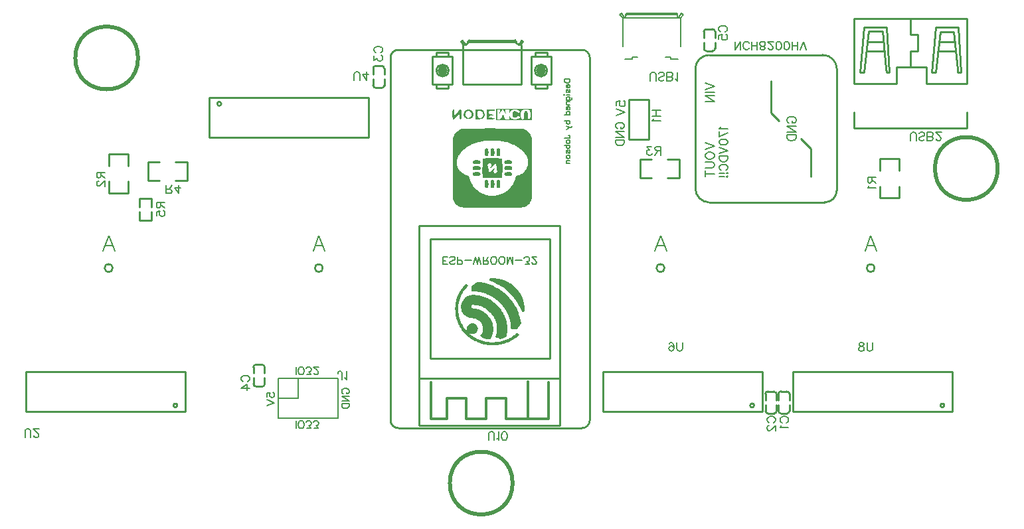
<source format=gbo>
G04 Layer: BottomSilkscreenLayer*
G04 EasyEDA v6.5.9, 2022-07-24 14:24:57*
G04 f987cc21297445cdbeb1743f52e6d1e3,55142d4dae0f4ab4aabfa0547b1eedf3,10*
G04 Gerber Generator version 0.2*
G04 Scale: 100 percent, Rotated: No, Reflected: No *
G04 Dimensions in millimeters *
G04 leading zeros omitted , absolute positions ,4 integer and 5 decimal *
%FSLAX45Y45*%
%MOMM*%

%ADD10C,0.2032*%
%ADD11C,0.1524*%
%ADD12C,0.1270*%
%ADD13C,0.2540*%
%ADD14C,0.2000*%
%ADD15C,0.2997*%
%ADD16C,0.2286*%
%ADD17C,0.5000*%
%ADD18C,0.0111*%

%LPD*%
G36*
X6731304Y-3482543D02*
G01*
X6723837Y-3500069D01*
X6720941Y-3508044D01*
X6720535Y-3510026D01*
X6722160Y-3511600D01*
X6726631Y-3513988D01*
X6733286Y-3516884D01*
X6752539Y-3524250D01*
X6773062Y-3532936D01*
X6795668Y-3543198D01*
X6817868Y-3554018D01*
X6839712Y-3565702D01*
X6855764Y-3574948D01*
X6866331Y-3581349D01*
X6881875Y-3591306D01*
X6897116Y-3601618D01*
X6912051Y-3612387D01*
X6931406Y-3627272D01*
X6950202Y-3642868D01*
X6968388Y-3659073D01*
X6985914Y-3675938D01*
X7002780Y-3693414D01*
X7010958Y-3702354D01*
X7022896Y-3716020D01*
X7038238Y-3734765D01*
X7049262Y-3749192D01*
X7063282Y-3768902D01*
X7076592Y-3789070D01*
X7089140Y-3809746D01*
X7098030Y-3825544D01*
X7103668Y-3836263D01*
X7111796Y-3852468D01*
X7119467Y-3868978D01*
X7134707Y-3905046D01*
X7138822Y-3912209D01*
X7142835Y-3914648D01*
X7148220Y-3914038D01*
X7155180Y-3912311D01*
X7160463Y-3910533D01*
X7164324Y-3908348D01*
X7166965Y-3905250D01*
X7168591Y-3900982D01*
X7169505Y-3895090D01*
X7169912Y-3887165D01*
X7169912Y-3870299D01*
X7169454Y-3857294D01*
X7168540Y-3844239D01*
X7167168Y-3831234D01*
X7165390Y-3818280D01*
X7163155Y-3805326D01*
X7160463Y-3792474D01*
X7157364Y-3779723D01*
X7153808Y-3767023D01*
X7149846Y-3754475D01*
X7145477Y-3741978D01*
X7140702Y-3729685D01*
X7135469Y-3717493D01*
X7129881Y-3705504D01*
X7123887Y-3693668D01*
X7117486Y-3682034D01*
X7110679Y-3670604D01*
X7103516Y-3659378D01*
X7096861Y-3649776D01*
X7090206Y-3641090D01*
X7082536Y-3631946D01*
X7074052Y-3622395D01*
X7064959Y-3612692D01*
X7055307Y-3602939D01*
X7045401Y-3593337D01*
X7035292Y-3584041D01*
X7025233Y-3575253D01*
X7015429Y-3567074D01*
X7005929Y-3559708D01*
X6997039Y-3553307D01*
X6987590Y-3547211D01*
X6977075Y-3540912D01*
X6966407Y-3534867D01*
X6955536Y-3529177D01*
X6944563Y-3523792D01*
X6933438Y-3518712D01*
X6922160Y-3513988D01*
X6910781Y-3509568D01*
X6899249Y-3505454D01*
X6887667Y-3501694D01*
X6875932Y-3498240D01*
X6864146Y-3495141D01*
X6852259Y-3492347D01*
X6840321Y-3489960D01*
X6828281Y-3487826D01*
X6816191Y-3486099D01*
X6804101Y-3484676D01*
X6791909Y-3483660D01*
X6779717Y-3482949D01*
X6767474Y-3482594D01*
G37*
G36*
X6578549Y-3527298D02*
G01*
X6574383Y-3528466D01*
X6567474Y-3531514D01*
X6558788Y-3536035D01*
X6549288Y-3541522D01*
X6538976Y-3548075D01*
X6527952Y-3555542D01*
X6517589Y-3562908D01*
X6509156Y-3569360D01*
X6499656Y-3577386D01*
X6496659Y-3580587D01*
X6494627Y-3583635D01*
X6493306Y-3586886D01*
X6492595Y-3590696D01*
X6492290Y-3595319D01*
X6492392Y-3609441D01*
X6493611Y-3627628D01*
X6496761Y-3651199D01*
X6529679Y-3651250D01*
X6540804Y-3651656D01*
X6552082Y-3652367D01*
X6563512Y-3653485D01*
X6575094Y-3654958D01*
X6586778Y-3656787D01*
X6598513Y-3658971D01*
X6610400Y-3661460D01*
X6634327Y-3667506D01*
X6646316Y-3671011D01*
X6658356Y-3674872D01*
X6670344Y-3678986D01*
X6688328Y-3685794D01*
X6700266Y-3690721D01*
X6712153Y-3695954D01*
X6723938Y-3701440D01*
X6735673Y-3707231D01*
X6758686Y-3719626D01*
X6770014Y-3726281D01*
X6781139Y-3733139D01*
X6789470Y-3738727D01*
X6798513Y-3745331D01*
X6808114Y-3752850D01*
X6818122Y-3761130D01*
X6828383Y-3770020D01*
X6838746Y-3779367D01*
X6849109Y-3789070D01*
X6864299Y-3803954D01*
X6883044Y-3823614D01*
X6891426Y-3833114D01*
X6899046Y-3842156D01*
X6905650Y-3850589D01*
X6912203Y-3859834D01*
X6919315Y-3870553D01*
X6926173Y-3881424D01*
X6932726Y-3892448D01*
X6938975Y-3903675D01*
X6944918Y-3915003D01*
X6950557Y-3926484D01*
X6955891Y-3938066D01*
X6960920Y-3949801D01*
X6965594Y-3961536D01*
X6969963Y-3973372D01*
X6973976Y-3985260D01*
X6977634Y-3997198D01*
X6980986Y-4009186D01*
X6983933Y-4021124D01*
X6986574Y-4033113D01*
X6988809Y-4045051D01*
X6990689Y-4056938D01*
X6992213Y-4068826D01*
X6993381Y-4080611D01*
X6995210Y-4111193D01*
X6996226Y-4121861D01*
X6996988Y-4125772D01*
X6998004Y-4128871D01*
X6999325Y-4131208D01*
X7001103Y-4132935D01*
X7003389Y-4134154D01*
X7006234Y-4134916D01*
X7009739Y-4135374D01*
X7065924Y-4136898D01*
X7085533Y-4113529D01*
X7093305Y-4103522D01*
X7101230Y-4092701D01*
X7108342Y-4082389D01*
X7124496Y-4056887D01*
X7119061Y-4024680D01*
X7116825Y-4012742D01*
X7111542Y-3989070D01*
X7108545Y-3977284D01*
X7105294Y-3965549D01*
X7098030Y-3942283D01*
X7089851Y-3919321D01*
X7085380Y-3907993D01*
X7078268Y-3891076D01*
X7073239Y-3879951D01*
X7065264Y-3863441D01*
X7056780Y-3847134D01*
X7044690Y-3825849D01*
X7031685Y-3804970D01*
X7024928Y-3794760D01*
X7017918Y-3784650D01*
X7003237Y-3764889D01*
X6987794Y-3745737D01*
X6979716Y-3736340D01*
X6967169Y-3722522D01*
X6949694Y-3704691D01*
X6936079Y-3691788D01*
X6922008Y-3679240D01*
X6907479Y-3667099D01*
X6897624Y-3659225D01*
X6877354Y-3644087D01*
X6861759Y-3633215D01*
X6840423Y-3619398D01*
X6824014Y-3609594D01*
X6801764Y-3597300D01*
X6779006Y-3585819D01*
X6761683Y-3577793D01*
X6738213Y-3567937D01*
X6714439Y-3558997D01*
X6690359Y-3551072D01*
X6678218Y-3547465D01*
X6666026Y-3544112D01*
X6641541Y-3538169D01*
X6615175Y-3532987D01*
X6588506Y-3528517D01*
G37*
G36*
X6423660Y-3547922D02*
G01*
X6421120Y-3549751D01*
X6415989Y-3554780D01*
X6408978Y-3562146D01*
X6396532Y-3576167D01*
X6388049Y-3586327D01*
X6379921Y-3596589D01*
X6372098Y-3607003D01*
X6364630Y-3617569D01*
X6353962Y-3633673D01*
X6347307Y-3644595D01*
X6340957Y-3655669D01*
X6334963Y-3666845D01*
X6329273Y-3678174D01*
X6323888Y-3689654D01*
X6318859Y-3701287D01*
X6314186Y-3713022D01*
X6309817Y-3724859D01*
X6305753Y-3736848D01*
X6302044Y-3748989D01*
X6298692Y-3761232D01*
X6295644Y-3773576D01*
X6292951Y-3786073D01*
X6290614Y-3798722D01*
X6288938Y-3809441D01*
X6287617Y-3820718D01*
X6286550Y-3832453D01*
X6285839Y-3844544D01*
X6285230Y-3863187D01*
X6285331Y-3882186D01*
X6285738Y-3894937D01*
X6286906Y-3913936D01*
X6288024Y-3926433D01*
X6289395Y-3938727D01*
X6291072Y-3950665D01*
X6293002Y-3962196D01*
X6295186Y-3973220D01*
X6297625Y-3983736D01*
X6300622Y-3994810D01*
X6304280Y-4006900D01*
X6308191Y-4018787D01*
X6312357Y-4030522D01*
X6321602Y-4053535D01*
X6326632Y-4064762D01*
X6331966Y-4075836D01*
X6337554Y-4086707D01*
X6343396Y-4097426D01*
X6349542Y-4107992D01*
X6355943Y-4118356D01*
X6362598Y-4128515D01*
X6369507Y-4138472D01*
X6376670Y-4148277D01*
X6384137Y-4157878D01*
X6391808Y-4167276D01*
X6399784Y-4176471D01*
X6407962Y-4185462D01*
X6416446Y-4194251D01*
X6425133Y-4202836D01*
X6434124Y-4211218D01*
X6443319Y-4219397D01*
X6452768Y-4227322D01*
X6462471Y-4235043D01*
X6472377Y-4242562D01*
X6482486Y-4249775D01*
X6492748Y-4256735D01*
X6503111Y-4263390D01*
X6513576Y-4269790D01*
X6524193Y-4275886D01*
X6534912Y-4281678D01*
X6551168Y-4289856D01*
X6567627Y-4297375D01*
X6578752Y-4302048D01*
X6589928Y-4306417D01*
X6601206Y-4310532D01*
X6612534Y-4314342D01*
X6623964Y-4317847D01*
X6635445Y-4321098D01*
X6646976Y-4324045D01*
X6658559Y-4326737D01*
X6670192Y-4329125D01*
X6681876Y-4331208D01*
X6693611Y-4333036D01*
X6711238Y-4335272D01*
X6734809Y-4337202D01*
X6746595Y-4337761D01*
X6758431Y-4338015D01*
X6782104Y-4337659D01*
X6793890Y-4337100D01*
X6805675Y-4336237D01*
X6817461Y-4335068D01*
X6835089Y-4332782D01*
X6846824Y-4330954D01*
X6864299Y-4327601D01*
X6875932Y-4325061D01*
X6887464Y-4322216D01*
X6898995Y-4319066D01*
X6910425Y-4315663D01*
X6921804Y-4311954D01*
X6938721Y-4305858D01*
X6949897Y-4301490D01*
X6971995Y-4291838D01*
X6982917Y-4286554D01*
X6993737Y-4281017D01*
X7004405Y-4275226D01*
X7015022Y-4269130D01*
X7025487Y-4262729D01*
X7035850Y-4256074D01*
X7046061Y-4249115D01*
X7056170Y-4241901D01*
X7067042Y-4233722D01*
X7078268Y-4224934D01*
X7087870Y-4217111D01*
X7094626Y-4211218D01*
X7096556Y-4209288D01*
X7100316Y-4204817D01*
X7101027Y-4201312D01*
X7098233Y-4196943D01*
X7091425Y-4189933D01*
X7086498Y-4185259D01*
X7082078Y-4181449D01*
X7078624Y-4178909D01*
X7076541Y-4177944D01*
X7073950Y-4179265D01*
X7068921Y-4182872D01*
X7062216Y-4188206D01*
X7050074Y-4198569D01*
X7040930Y-4205986D01*
X7031380Y-4213250D01*
X7021474Y-4220311D01*
X7011212Y-4227169D01*
X7000646Y-4233773D01*
X6989825Y-4240123D01*
X6978700Y-4246219D01*
X6967321Y-4252061D01*
X6955739Y-4257598D01*
X6944004Y-4262831D01*
X6932066Y-4267809D01*
X6919975Y-4272432D01*
X6907784Y-4276750D01*
X6895490Y-4280763D01*
X6883095Y-4284370D01*
X6870700Y-4287621D01*
X6858253Y-4290568D01*
X6846874Y-4292854D01*
X6836003Y-4294632D01*
X6824421Y-4296105D01*
X6812330Y-4297375D01*
X6799834Y-4298340D01*
X6774129Y-4299458D01*
X6748272Y-4299508D01*
X6729526Y-4298797D01*
X6717487Y-4297984D01*
X6706057Y-4296867D01*
X6695338Y-4295495D01*
X6685432Y-4293819D01*
X6672376Y-4291126D01*
X6659321Y-4288028D01*
X6646316Y-4284573D01*
X6633413Y-4280763D01*
X6620560Y-4276648D01*
X6607860Y-4272127D01*
X6595313Y-4267301D01*
X6582968Y-4262221D01*
X6570827Y-4256786D01*
X6558940Y-4251096D01*
X6547307Y-4245152D01*
X6535978Y-4238955D01*
X6525006Y-4232503D01*
X6514388Y-4225848D01*
X6504178Y-4218940D01*
X6494373Y-4211878D01*
X6485026Y-4204614D01*
X6476187Y-4197197D01*
X6458356Y-4181601D01*
X6474155Y-4188764D01*
X6479438Y-4190949D01*
X6484721Y-4192625D01*
X6490004Y-4193895D01*
X6495237Y-4194708D01*
X6500418Y-4195114D01*
X6505549Y-4195165D01*
X6510578Y-4194759D01*
X6515506Y-4194048D01*
X6520383Y-4192981D01*
X6525107Y-4191558D01*
X6529679Y-4189780D01*
X6534099Y-4187748D01*
X6538417Y-4185412D01*
X6546443Y-4179925D01*
X6550152Y-4176826D01*
X6553657Y-4173474D01*
X6559956Y-4166209D01*
X6562750Y-4162247D01*
X6565290Y-4158183D01*
X6569456Y-4149547D01*
X6571081Y-4145076D01*
X6572351Y-4140504D01*
X6573316Y-4135831D01*
X6573977Y-4131056D01*
X6574231Y-4126280D01*
X6574078Y-4121454D01*
X6573570Y-4116578D01*
X6572656Y-4111701D01*
X6571335Y-4106875D01*
X6569557Y-4102049D01*
X6567373Y-4097223D01*
X6564680Y-4092498D01*
X6561581Y-4087825D01*
X6557772Y-4082999D01*
X6553657Y-4078630D01*
X6549339Y-4074668D01*
X6544767Y-4071112D01*
X6539941Y-4068013D01*
X6535013Y-4065320D01*
X6529882Y-4062984D01*
X6524650Y-4061155D01*
X6519265Y-4059682D01*
X6513880Y-4058665D01*
X6508394Y-4058005D01*
X6502907Y-4057853D01*
X6497370Y-4058056D01*
X6491884Y-4058665D01*
X6486448Y-4059732D01*
X6481114Y-4061206D01*
X6475882Y-4063085D01*
X6470751Y-4065422D01*
X6465773Y-4068165D01*
X6460998Y-4071315D01*
X6456426Y-4074871D01*
X6452057Y-4078833D01*
X6447942Y-4083253D01*
X6444132Y-4088028D01*
X6441084Y-4092397D01*
X6438696Y-4096308D01*
X6436817Y-4100068D01*
X6435445Y-4103827D01*
X6434480Y-4107891D01*
X6433870Y-4112463D01*
X6433464Y-4123944D01*
X6433820Y-4133850D01*
X6435039Y-4142790D01*
X6436969Y-4150614D01*
X6439712Y-4157116D01*
X6446012Y-4168952D01*
X6434175Y-4158081D01*
X6427876Y-4151477D01*
X6421221Y-4143705D01*
X6414312Y-4134865D01*
X6407200Y-4125163D01*
X6400038Y-4114749D01*
X6392875Y-4103725D01*
X6385814Y-4092295D01*
X6378905Y-4080510D01*
X6372301Y-4068622D01*
X6366052Y-4056684D01*
X6360210Y-4044899D01*
X6354978Y-4033367D01*
X6350355Y-4022293D01*
X6346190Y-4011218D01*
X6342329Y-3999331D01*
X6338773Y-3986936D01*
X6335572Y-3974185D01*
X6332728Y-3961079D01*
X6330289Y-3947718D01*
X6328156Y-3934155D01*
X6326479Y-3920439D01*
X6325108Y-3906672D01*
X6324193Y-3892905D01*
X6323634Y-3879189D01*
X6323482Y-3865575D01*
X6323736Y-3852214D01*
X6324396Y-3839057D01*
X6325514Y-3826306D01*
X6327038Y-3813911D01*
X6329019Y-3801922D01*
X6331407Y-3789984D01*
X6334201Y-3777996D01*
X6337401Y-3765956D01*
X6341059Y-3753967D01*
X6345072Y-3741978D01*
X6349441Y-3730091D01*
X6354165Y-3718255D01*
X6359245Y-3706520D01*
X6364681Y-3694937D01*
X6373368Y-3677818D01*
X6379616Y-3666693D01*
X6386118Y-3655720D01*
X6392875Y-3645001D01*
X6399936Y-3634587D01*
X6407200Y-3624427D01*
X6414770Y-3614572D01*
X6422542Y-3605022D01*
X6430568Y-3595878D01*
X6438747Y-3587140D01*
X6452514Y-3572967D01*
X6433870Y-3555593D01*
X6429146Y-3551631D01*
X6425590Y-3548938D01*
G37*
G36*
X6515404Y-3696309D02*
G01*
X6501790Y-3696817D01*
X6488480Y-3697833D01*
X6477000Y-3699306D01*
X6472428Y-3700170D01*
X6468872Y-3701084D01*
X6456222Y-3705453D01*
X6450177Y-3707942D01*
X6438493Y-3713581D01*
X6427571Y-3720033D01*
X6422339Y-3723538D01*
X6412433Y-3731107D01*
X6407759Y-3735171D01*
X6399022Y-3743807D01*
X6394958Y-3748379D01*
X6387388Y-3758031D01*
X6380683Y-3768293D01*
X6374841Y-3779164D01*
X6372250Y-3784752D01*
X6367780Y-3796436D01*
X6365849Y-3802481D01*
X6364173Y-3808628D01*
X6362750Y-3814876D01*
X6361582Y-3821277D01*
X6360007Y-3833977D01*
X6359347Y-3846118D01*
X6359347Y-3852062D01*
X6360058Y-3863695D01*
X6361684Y-3874922D01*
X6362801Y-3880408D01*
X6365748Y-3891127D01*
X6369608Y-3901490D01*
X6374384Y-3911498D01*
X6380073Y-3921201D01*
X6386677Y-3930497D01*
X6394196Y-3939540D01*
X6402628Y-3948176D01*
X6412026Y-3956608D01*
X6421729Y-3964228D01*
X6431534Y-3970832D01*
X6436512Y-3973779D01*
X6446774Y-3978960D01*
X6457492Y-3983278D01*
X6468821Y-3986834D01*
X6480962Y-3989679D01*
X6494018Y-3991914D01*
X6533235Y-3997451D01*
X6538417Y-3998366D01*
X6543649Y-3999687D01*
X6548983Y-4001363D01*
X6554317Y-4003395D01*
X6559651Y-4005783D01*
X6570268Y-4011422D01*
X6575501Y-4014673D01*
X6585712Y-4021937D01*
X6590639Y-4025900D01*
X6600088Y-4034485D01*
X6608775Y-4043781D01*
X6616496Y-4053636D01*
X6619951Y-4058716D01*
X6623151Y-4063898D01*
X6625996Y-4069181D01*
X6628333Y-4074109D01*
X6632295Y-4084421D01*
X6635242Y-4095191D01*
X6636410Y-4100728D01*
X6637985Y-4112056D01*
X6638594Y-4123537D01*
X6638290Y-4135018D01*
X6637781Y-4140809D01*
X6636054Y-4152188D01*
X6634886Y-4157776D01*
X6633464Y-4163314D01*
X6629958Y-4174083D01*
X6625539Y-4184345D01*
X6622999Y-4189222D01*
X6620205Y-4193997D01*
X6606540Y-4213961D01*
X6622694Y-4229811D01*
X6627418Y-4234027D01*
X6632092Y-4237837D01*
X6636816Y-4241241D01*
X6641592Y-4244340D01*
X6646519Y-4247083D01*
X6651650Y-4249572D01*
X6657035Y-4251756D01*
X6662674Y-4253738D01*
X6675120Y-4257141D01*
X6702094Y-4262424D01*
X6709714Y-4263542D01*
X6716014Y-4264101D01*
X6721144Y-4263999D01*
X6725412Y-4263136D01*
X6728968Y-4261510D01*
X6732066Y-4259021D01*
X6734860Y-4255566D01*
X6737654Y-4251147D01*
X6743852Y-4239056D01*
X6749034Y-4227880D01*
X6753656Y-4216552D01*
X6757670Y-4205122D01*
X6761175Y-4193641D01*
X6764121Y-4182059D01*
X6766509Y-4170476D01*
X6768338Y-4158843D01*
X6769608Y-4147159D01*
X6770319Y-4135475D01*
X6770522Y-4123791D01*
X6770116Y-4112107D01*
X6769201Y-4100474D01*
X6767728Y-4088892D01*
X6765696Y-4077411D01*
X6763156Y-4065981D01*
X6760006Y-4054601D01*
X6756400Y-4043375D01*
X6752183Y-4032300D01*
X6747459Y-4021328D01*
X6742226Y-4010507D01*
X6736435Y-3999839D01*
X6730085Y-3989374D01*
X6723227Y-3979062D01*
X6715861Y-3969004D01*
X6708648Y-3960164D01*
X6700926Y-3951630D01*
X6692646Y-3943400D01*
X6683857Y-3935476D01*
X6674662Y-3927906D01*
X6665010Y-3920642D01*
X6655003Y-3913835D01*
X6644640Y-3907383D01*
X6633972Y-3901338D01*
X6623050Y-3895750D01*
X6611874Y-3890619D01*
X6600494Y-3885996D01*
X6589014Y-3881831D01*
X6577330Y-3878173D01*
X6565646Y-3875125D01*
X6553860Y-3872585D01*
X6542074Y-3870604D01*
X6521653Y-3868216D01*
X6513931Y-3866642D01*
X6507226Y-3864660D01*
X6501536Y-3862273D01*
X6496812Y-3859479D01*
X6493205Y-3856278D01*
X6490614Y-3852722D01*
X6489141Y-3848862D01*
X6488785Y-3844696D01*
X6489547Y-3840226D01*
X6491478Y-3835501D01*
X6494576Y-3830523D01*
X6496558Y-3827932D01*
X6498539Y-3826001D01*
X6500977Y-3824630D01*
X6504178Y-3823817D01*
X6508546Y-3823462D01*
X6514541Y-3823462D01*
X6532930Y-3824427D01*
X6544716Y-3825392D01*
X6556400Y-3826865D01*
X6568033Y-3828745D01*
X6579514Y-3831132D01*
X6590944Y-3833926D01*
X6602171Y-3837178D01*
X6613347Y-3840886D01*
X6624320Y-3845051D01*
X6635191Y-3849674D01*
X6645859Y-3854704D01*
X6656425Y-3860190D01*
X6666788Y-3866083D01*
X6676948Y-3872433D01*
X6686956Y-3879189D01*
X6696760Y-3886352D01*
X6706362Y-3893972D01*
X6715759Y-3901948D01*
X6724903Y-3910380D01*
X6734098Y-3919423D01*
X6742734Y-3928618D01*
X6750862Y-3937965D01*
X6758431Y-3947515D01*
X6765594Y-3957370D01*
X6772300Y-3967479D01*
X6778548Y-3977944D01*
X6784441Y-3988815D01*
X6789928Y-4000042D01*
X6795109Y-4011777D01*
X6799935Y-4024020D01*
X6804507Y-4036822D01*
X6808216Y-4048404D01*
X6810959Y-4058970D01*
X6812940Y-4069842D01*
X6814312Y-4082186D01*
X6815277Y-4097274D01*
X6816445Y-4133494D01*
X6816445Y-4147921D01*
X6815886Y-4160520D01*
X6814667Y-4172254D01*
X6812686Y-4183938D01*
X6809740Y-4196588D01*
X6805777Y-4211015D01*
X6800646Y-4228185D01*
X6800189Y-4230370D01*
X6800443Y-4232351D01*
X6801561Y-4234129D01*
X6803796Y-4235958D01*
X6807352Y-4237939D01*
X6812483Y-4240225D01*
X6828180Y-4246168D01*
X6857847Y-4256989D01*
X6888022Y-4247743D01*
X6906717Y-4241241D01*
X6924700Y-4234383D01*
X6936384Y-4229455D01*
X6938111Y-4228287D01*
X6943445Y-4198620D01*
X6945020Y-4188510D01*
X6946341Y-4177334D01*
X6947357Y-4165244D01*
X6948474Y-4139336D01*
X6948424Y-4112514D01*
X6947966Y-4099255D01*
X6947204Y-4086351D01*
X6946188Y-4074109D01*
X6944817Y-4062679D01*
X6943191Y-4052265D01*
X6940803Y-4040022D01*
X6938060Y-4027830D01*
X6934911Y-4015790D01*
X6931406Y-4003852D01*
X6927545Y-3992016D01*
X6923379Y-3980332D01*
X6918807Y-3968750D01*
X6913930Y-3957320D01*
X6908698Y-3946042D01*
X6903161Y-3934917D01*
X6897268Y-3923944D01*
X6891121Y-3913174D01*
X6884619Y-3902557D01*
X6877812Y-3892143D01*
X6870700Y-3881882D01*
X6863283Y-3871874D01*
X6855612Y-3862019D01*
X6847636Y-3852418D01*
X6839407Y-3843020D01*
X6830872Y-3833825D01*
X6822084Y-3824884D01*
X6812991Y-3816197D01*
X6803694Y-3807764D01*
X6794144Y-3799586D01*
X6784340Y-3791661D01*
X6774281Y-3783990D01*
X6763969Y-3776624D01*
X6753453Y-3769512D01*
X6742734Y-3762705D01*
X6731762Y-3756202D01*
X6720586Y-3750005D01*
X6709206Y-3744112D01*
X6697370Y-3738422D01*
X6685381Y-3733088D01*
X6673291Y-3728059D01*
X6661099Y-3723386D01*
X6648856Y-3719068D01*
X6636562Y-3715105D01*
X6624218Y-3711498D01*
X6611823Y-3708298D01*
X6599478Y-3705402D01*
X6587185Y-3702964D01*
X6574942Y-3700830D01*
X6562801Y-3699154D01*
X6550761Y-3697833D01*
X6538823Y-3696919D01*
X6527038Y-3696411D01*
G37*
G36*
X6732422Y-1572006D02*
G01*
X6583019Y-1572615D01*
X6465062Y-1573987D01*
X6420053Y-1575003D01*
X6387338Y-1576171D01*
X6376314Y-1576832D01*
X6369202Y-1577543D01*
X6361684Y-1579473D01*
X6350914Y-1583232D01*
X6340500Y-1587804D01*
X6330442Y-1593138D01*
X6320891Y-1599234D01*
X6311747Y-1606042D01*
X6303162Y-1613458D01*
X6295136Y-1621485D01*
X6287719Y-1630070D01*
X6280962Y-1639214D01*
X6274866Y-1648815D01*
X6269532Y-1658874D01*
X6264960Y-1669288D01*
X6261201Y-1680108D01*
X6259474Y-1686509D01*
X6258763Y-1692554D01*
X6257442Y-1716379D01*
X6256375Y-1753920D01*
X6255461Y-1802942D01*
X6254750Y-1861210D01*
X6253888Y-2005126D01*
X6305956Y-2005126D01*
X6306108Y-1996287D01*
X6306667Y-1987499D01*
X6307683Y-1978710D01*
X6309207Y-1970024D01*
X6311138Y-1961388D01*
X6313474Y-1952752D01*
X6316268Y-1944268D01*
X6319520Y-1935784D01*
X6323177Y-1927402D01*
X6327241Y-1919122D01*
X6331712Y-1910943D01*
X6336639Y-1902815D01*
X6341922Y-1894789D01*
X6347612Y-1886915D01*
X6353657Y-1879142D01*
X6360160Y-1871472D01*
X6366967Y-1863953D01*
X6374180Y-1856536D01*
X6381800Y-1849272D01*
X6389725Y-1842109D01*
X6398056Y-1835150D01*
X6406692Y-1828342D01*
X6415735Y-1821688D01*
X6425082Y-1815185D01*
X6434734Y-1808886D01*
X6444792Y-1802739D01*
X6455105Y-1796745D01*
X6465773Y-1791004D01*
X6476796Y-1785416D01*
X6488074Y-1780082D01*
X6499656Y-1774901D01*
X6511594Y-1769973D01*
X6523786Y-1765249D01*
X6536232Y-1760728D01*
X6549034Y-1756460D01*
X6562039Y-1752447D01*
X6575399Y-1748637D01*
X6588963Y-1745132D01*
X6602780Y-1741830D01*
X6624066Y-1737410D01*
X6638544Y-1734769D01*
X6652615Y-1732534D01*
X6673646Y-1729689D01*
X6694678Y-1727504D01*
X6722618Y-1725523D01*
X6750354Y-1724660D01*
X6764172Y-1724609D01*
X6777888Y-1724812D01*
X6791553Y-1725269D01*
X6818579Y-1726946D01*
X6845198Y-1729587D01*
X6864908Y-1732229D01*
X6877862Y-1734261D01*
X6903415Y-1739036D01*
X6922211Y-1743202D01*
X6946696Y-1749552D01*
X6970522Y-1756714D01*
X6982155Y-1760626D01*
X7004812Y-1769008D01*
X7026656Y-1778203D01*
X7037222Y-1783080D01*
X7057694Y-1793392D01*
X7067600Y-1798828D01*
X7077202Y-1804416D01*
X7086549Y-1810207D01*
X7095642Y-1816150D01*
X7104481Y-1822246D01*
X7112965Y-1828495D01*
X7121245Y-1834946D01*
X7129170Y-1841550D01*
X7136790Y-1848256D01*
X7144105Y-1855165D01*
X7151116Y-1862175D01*
X7157821Y-1869389D01*
X7164171Y-1876704D01*
X7173010Y-1887931D01*
X7178497Y-1895551D01*
X7183577Y-1903374D01*
X7188352Y-1911248D01*
X7192721Y-1919274D01*
X7196683Y-1927402D01*
X7200290Y-1935683D01*
X7203490Y-1944065D01*
X7206234Y-1952498D01*
X7208621Y-1961083D01*
X7210602Y-1969770D01*
X7212126Y-1978558D01*
X7213193Y-1987448D01*
X7213904Y-1997456D01*
X7213853Y-2008581D01*
X7213041Y-2019706D01*
X7211415Y-2030730D01*
X7209078Y-2041601D01*
X7206030Y-2052370D01*
X7202271Y-2062937D01*
X7197902Y-2073249D01*
X7192873Y-2083307D01*
X7187234Y-2093061D01*
X7181037Y-2102459D01*
X7174280Y-2111502D01*
X7167016Y-2120087D01*
X7159244Y-2128266D01*
X7151065Y-2135886D01*
X7142429Y-2142998D01*
X7133386Y-2149551D01*
X7123988Y-2155444D01*
X7114235Y-2160727D01*
X7104176Y-2165299D01*
X7093813Y-2169160D01*
X7083196Y-2172208D01*
X7068312Y-2175764D01*
X7062470Y-2178202D01*
X7059218Y-2181352D01*
X7057593Y-2185873D01*
X7054646Y-2198217D01*
X7051294Y-2210308D01*
X7047484Y-2222246D01*
X7043267Y-2233930D01*
X7038594Y-2245360D01*
X7033514Y-2256586D01*
X7028078Y-2267559D01*
X7022185Y-2278227D01*
X7015937Y-2288641D01*
X7009282Y-2298750D01*
X7002322Y-2308606D01*
X6994956Y-2318156D01*
X6987235Y-2327351D01*
X6979158Y-2336241D01*
X6970775Y-2344826D01*
X6962089Y-2353056D01*
X6953046Y-2360930D01*
X6943750Y-2368448D01*
X6934098Y-2375611D01*
X6924192Y-2382367D01*
X6913981Y-2388717D01*
X6903516Y-2394712D01*
X6892798Y-2400300D01*
X6881875Y-2405481D01*
X6870649Y-2410206D01*
X6859168Y-2414473D01*
X6847535Y-2418334D01*
X6835648Y-2421737D01*
X6824268Y-2424480D01*
X6812889Y-2426817D01*
X6801510Y-2428646D01*
X6790181Y-2430018D01*
X6778853Y-2430983D01*
X6767575Y-2431491D01*
X6756349Y-2431592D01*
X6745173Y-2431237D01*
X6734098Y-2430475D01*
X6723075Y-2429306D01*
X6712102Y-2427732D01*
X6701281Y-2425750D01*
X6690563Y-2423363D01*
X6679946Y-2420620D01*
X6669430Y-2417470D01*
X6659067Y-2413914D01*
X6648856Y-2410002D01*
X6638798Y-2405735D01*
X6628892Y-2401112D01*
X6619189Y-2396134D01*
X6609638Y-2390800D01*
X6600291Y-2385110D01*
X6591147Y-2379116D01*
X6582206Y-2372766D01*
X6573469Y-2366111D01*
X6564985Y-2359152D01*
X6556705Y-2351836D01*
X6548729Y-2344216D01*
X6540957Y-2336342D01*
X6533489Y-2328164D01*
X6526276Y-2319680D01*
X6519367Y-2310892D01*
X6512712Y-2301849D01*
X6506413Y-2292553D01*
X6500418Y-2282952D01*
X6494729Y-2273147D01*
X6489395Y-2263038D01*
X6484366Y-2252726D01*
X6477508Y-2236774D01*
X6473444Y-2225852D01*
X6469684Y-2214676D01*
X6466332Y-2203297D01*
X6462064Y-2185873D01*
X6460439Y-2181352D01*
X6457188Y-2178151D01*
X6451346Y-2175764D01*
X6436207Y-2172106D01*
X6430518Y-2170480D01*
X6424726Y-2168499D01*
X6413195Y-2163673D01*
X6401612Y-2157831D01*
X6395872Y-2154529D01*
X6384645Y-2147265D01*
X6373723Y-2139238D01*
X6363360Y-2130501D01*
X6353657Y-2121255D01*
X6349085Y-2116480D01*
X6340652Y-2106574D01*
X6336792Y-2101545D01*
X6329934Y-2091283D01*
X6326936Y-2086102D01*
X6322212Y-2076450D01*
X6318504Y-2067509D01*
X6315202Y-2058619D01*
X6312458Y-2049678D01*
X6310223Y-2040737D01*
X6308445Y-2031796D01*
X6307124Y-2022906D01*
X6306312Y-2014016D01*
X6305956Y-2005126D01*
X6253888Y-2005126D01*
X6253835Y-2132787D01*
X6254546Y-2271318D01*
X6255156Y-2332482D01*
X6256020Y-2385212D01*
X6257036Y-2427325D01*
X6258255Y-2456535D01*
X6258915Y-2465628D01*
X6259677Y-2470658D01*
X6262928Y-2481478D01*
X6267094Y-2491994D01*
X6269431Y-2497124D01*
X6274765Y-2507132D01*
X6277660Y-2511958D01*
X6284061Y-2521305D01*
X6291122Y-2530195D01*
X6298742Y-2538526D01*
X6306972Y-2546248D01*
X6315710Y-2553411D01*
X6324955Y-2559862D01*
X6334607Y-2565654D01*
X6344666Y-2570632D01*
X6349796Y-2572867D01*
X6360363Y-2576626D01*
X6366560Y-2578354D01*
X6372504Y-2579065D01*
X6396126Y-2580335D01*
X6433616Y-2581452D01*
X6482689Y-2582316D01*
X6541058Y-2583027D01*
X6685737Y-2583891D01*
X6822592Y-2583992D01*
X6968540Y-2583230D01*
X7027976Y-2582570D01*
X7078421Y-2581757D01*
X7117588Y-2580690D01*
X7143242Y-2579471D01*
X7150303Y-2578760D01*
X7157770Y-2576880D01*
X7168591Y-2573121D01*
X7179005Y-2568549D01*
X7189063Y-2563164D01*
X7198664Y-2557119D01*
X7207808Y-2550312D01*
X7216394Y-2542895D01*
X7220508Y-2538984D01*
X7228230Y-2530652D01*
X7235342Y-2521813D01*
X7241794Y-2512466D01*
X7247483Y-2502611D01*
X7252462Y-2492400D01*
X7256627Y-2481783D01*
X7258405Y-2476347D01*
X7260132Y-2469997D01*
X7260844Y-2463901D01*
X7262164Y-2440025D01*
X7263231Y-2402484D01*
X7264146Y-2353462D01*
X7265416Y-2229916D01*
X7265720Y-2159914D01*
X7265822Y-2023567D01*
X7265060Y-1877009D01*
X7264400Y-1816811D01*
X7263536Y-1765249D01*
X7261910Y-1709115D01*
X7261250Y-1697126D01*
X7260183Y-1686509D01*
X7258456Y-1680108D01*
X7254697Y-1669288D01*
X7250125Y-1658874D01*
X7244740Y-1648815D01*
X7238695Y-1639214D01*
X7231888Y-1630070D01*
X7224471Y-1621485D01*
X7220559Y-1617370D01*
X7212228Y-1609648D01*
X7203389Y-1602536D01*
X7194042Y-1596136D01*
X7184237Y-1590395D01*
X7173975Y-1585417D01*
X7163358Y-1581251D01*
X7157974Y-1579473D01*
X7151573Y-1577746D01*
X7145477Y-1577035D01*
X7135418Y-1576324D01*
X7104380Y-1575155D01*
X7060793Y-1574139D01*
X7006894Y-1573326D01*
X6944868Y-1572666D01*
X6868159Y-1572209D01*
G37*
G36*
X6684009Y-1825447D02*
G01*
X6679539Y-1825701D01*
X6675577Y-1826564D01*
X6672122Y-1828038D01*
X6669074Y-1830120D01*
X6666484Y-1832965D01*
X6664299Y-1836521D01*
X6662521Y-1840890D01*
X6661099Y-1846072D01*
X6660032Y-1852117D01*
X6659321Y-1859127D01*
X6658864Y-1867052D01*
X6658965Y-1894839D01*
X6659321Y-1901189D01*
X6659981Y-1906066D01*
X6661048Y-1909825D01*
X6662470Y-1912823D01*
X6664452Y-1915515D01*
X6667042Y-1918258D01*
X6670903Y-1921459D01*
X6675424Y-1924100D01*
X6679996Y-1925878D01*
X6684009Y-1926539D01*
X6688480Y-1926234D01*
X6692442Y-1925421D01*
X6695948Y-1923948D01*
X6698996Y-1921814D01*
X6701586Y-1919020D01*
X6703720Y-1915414D01*
X6705549Y-1911045D01*
X6706920Y-1905863D01*
X6707987Y-1899818D01*
X6708749Y-1892858D01*
X6709156Y-1884934D01*
X6709308Y-1875993D01*
X6709156Y-1867052D01*
X6708749Y-1859127D01*
X6707987Y-1852117D01*
X6706920Y-1846072D01*
X6705549Y-1840890D01*
X6703720Y-1836521D01*
X6701586Y-1832965D01*
X6698996Y-1830120D01*
X6695948Y-1828038D01*
X6692442Y-1826564D01*
X6688480Y-1825701D01*
G37*
G36*
X6759803Y-1825447D02*
G01*
X6754926Y-1825650D01*
X6750710Y-1826260D01*
X6747052Y-1827428D01*
X6743953Y-1829257D01*
X6741414Y-1831746D01*
X6739331Y-1834997D01*
X6737705Y-1839163D01*
X6736486Y-1844293D01*
X6735572Y-1850440D01*
X6734962Y-1857705D01*
X6734556Y-1875993D01*
X6734759Y-1896973D01*
X6735114Y-1903933D01*
X6735724Y-1909064D01*
X6736689Y-1912823D01*
X6738112Y-1915617D01*
X6740042Y-1917903D01*
X6742531Y-1920087D01*
X6746341Y-1922576D01*
X6750862Y-1924608D01*
X6755536Y-1926031D01*
X6759803Y-1926539D01*
X6764680Y-1926336D01*
X6768947Y-1925675D01*
X6772605Y-1924507D01*
X6775653Y-1922729D01*
X6778193Y-1920239D01*
X6780275Y-1916938D01*
X6781952Y-1912772D01*
X6783171Y-1907641D01*
X6784086Y-1901494D01*
X6784644Y-1894230D01*
X6785000Y-1885746D01*
X6785000Y-1866188D01*
X6784644Y-1857705D01*
X6784086Y-1850440D01*
X6783171Y-1844293D01*
X6781952Y-1839163D01*
X6780275Y-1834997D01*
X6778193Y-1831746D01*
X6775653Y-1829257D01*
X6772605Y-1827428D01*
X6768947Y-1826260D01*
X6764680Y-1825650D01*
G37*
G36*
X6835648Y-1825447D02*
G01*
X6831177Y-1825701D01*
X6827215Y-1826564D01*
X6823709Y-1828038D01*
X6820662Y-1830120D01*
X6818071Y-1832965D01*
X6815886Y-1836521D01*
X6814108Y-1840890D01*
X6812737Y-1846072D01*
X6811670Y-1852117D01*
X6810908Y-1859127D01*
X6810502Y-1867052D01*
X6810400Y-1886559D01*
X6810552Y-1894839D01*
X6810959Y-1901189D01*
X6811619Y-1906066D01*
X6812635Y-1909825D01*
X6814108Y-1912823D01*
X6816039Y-1915515D01*
X6818630Y-1918258D01*
X6822541Y-1921459D01*
X6827062Y-1924100D01*
X6831584Y-1925878D01*
X6835648Y-1926539D01*
X6840118Y-1926234D01*
X6844080Y-1925421D01*
X6847535Y-1923948D01*
X6850583Y-1921814D01*
X6853174Y-1919020D01*
X6855358Y-1915414D01*
X6857136Y-1911045D01*
X6858558Y-1905863D01*
X6859574Y-1899818D01*
X6860336Y-1892858D01*
X6860743Y-1884934D01*
X6860895Y-1875993D01*
X6860743Y-1867052D01*
X6860336Y-1859127D01*
X6859574Y-1852117D01*
X6858558Y-1846072D01*
X6857136Y-1840890D01*
X6855358Y-1836521D01*
X6853174Y-1832965D01*
X6850583Y-1830120D01*
X6847535Y-1828038D01*
X6844080Y-1826564D01*
X6840118Y-1825701D01*
G37*
G36*
X6759803Y-1950872D02*
G01*
X6717284Y-1951329D01*
X6686550Y-1952294D01*
X6673240Y-1952955D01*
X6661607Y-1953818D01*
X6652107Y-1954784D01*
X6644995Y-1955850D01*
X6642404Y-1956460D01*
X6640575Y-1957120D01*
X6639509Y-1957781D01*
X6637985Y-1959660D01*
X6636766Y-1962302D01*
X6635750Y-1966264D01*
X6634937Y-1972005D01*
X6634276Y-1980082D01*
X6633362Y-2005126D01*
X6632811Y-2040940D01*
X6696964Y-2040940D01*
X6697573Y-2036673D01*
X6699250Y-2032457D01*
X6701942Y-2028189D01*
X6705650Y-2023973D01*
X6710070Y-2020265D01*
X6714540Y-2017725D01*
X6719062Y-2016252D01*
X6723532Y-2015794D01*
X6727799Y-2016252D01*
X6731863Y-2017522D01*
X6735572Y-2019554D01*
X6738874Y-2022195D01*
X6741668Y-2025446D01*
X6743852Y-2029155D01*
X6745376Y-2033270D01*
X6746087Y-2037740D01*
X6745986Y-2042414D01*
X6744919Y-2047239D01*
X6742836Y-2052116D01*
X6735419Y-2063445D01*
X6733184Y-2069134D01*
X6733133Y-2073249D01*
X6735470Y-2074773D01*
X6738366Y-2072944D01*
X6744208Y-2067864D01*
X6752234Y-2060346D01*
X6768541Y-2044192D01*
X6779056Y-2034539D01*
X6783120Y-2031542D01*
X6786727Y-2029561D01*
X6790131Y-2028342D01*
X6793687Y-2027783D01*
X6810349Y-2027631D01*
X6810400Y-2068423D01*
X6810959Y-2081479D01*
X6811467Y-2086508D01*
X6812127Y-2090623D01*
X6812940Y-2093874D01*
X6813956Y-2096363D01*
X6818528Y-2102408D01*
X6820916Y-2106726D01*
X6822287Y-2110994D01*
X6822694Y-2115261D01*
X6822084Y-2119528D01*
X6820509Y-2123694D01*
X6817918Y-2127859D01*
X6814312Y-2131974D01*
X6810044Y-2135936D01*
X6805828Y-2139137D01*
X6802221Y-2141220D01*
X6799681Y-2141982D01*
X6794195Y-2141220D01*
X6789267Y-2139696D01*
X6784898Y-2137359D01*
X6781190Y-2134412D01*
X6778193Y-2130907D01*
X6775907Y-2126996D01*
X6774383Y-2122678D01*
X6773722Y-2118156D01*
X6773875Y-2113432D01*
X6774992Y-2108657D01*
X6777024Y-2103882D01*
X6784238Y-2092858D01*
X6786473Y-2087168D01*
X6786473Y-2083054D01*
X6784136Y-2081530D01*
X6781292Y-2083358D01*
X6775450Y-2088438D01*
X6767423Y-2095957D01*
X6745325Y-2117598D01*
X6740550Y-2121763D01*
X6736537Y-2124760D01*
X6732930Y-2126742D01*
X6729526Y-2127961D01*
X6725970Y-2128570D01*
X6709308Y-2128723D01*
X6709206Y-2087930D01*
X6708698Y-2074824D01*
X6708190Y-2069795D01*
X6707530Y-2065680D01*
X6706717Y-2062429D01*
X6705701Y-2059990D01*
X6701078Y-2053843D01*
X6698691Y-2049525D01*
X6697319Y-2045207D01*
X6696964Y-2040940D01*
X6632811Y-2040940D01*
X6632397Y-2089048D01*
X6632295Y-2140407D01*
X6632651Y-2158695D01*
X6633362Y-2172817D01*
X6634429Y-2183384D01*
X6636003Y-2190953D01*
X6636969Y-2193848D01*
X6638086Y-2196185D01*
X6639356Y-2198065D01*
X6640779Y-2199640D01*
X6644131Y-2201875D01*
X6646062Y-2202789D01*
X6650431Y-2203754D01*
X6658000Y-2204516D01*
X6668363Y-2205177D01*
X6695846Y-2205888D01*
X6712153Y-2206040D01*
X6757111Y-2205736D01*
X6793941Y-2204974D01*
X6827977Y-2203704D01*
X6855866Y-2202078D01*
X6866534Y-2201164D01*
X6874408Y-2200148D01*
X6879132Y-2199081D01*
X6880148Y-2198522D01*
X6880809Y-2197404D01*
X6882079Y-2193036D01*
X6883196Y-2185873D01*
X6884162Y-2176373D01*
X6885686Y-2151430D01*
X6886651Y-2120696D01*
X6887057Y-2086813D01*
X6886803Y-2043836D01*
X6885940Y-2012137D01*
X6884568Y-1985518D01*
X6883653Y-1974900D01*
X6882638Y-1966569D01*
X6881469Y-1960727D01*
X6880809Y-1958898D01*
X6880148Y-1957832D01*
X6879031Y-1957120D01*
X6874662Y-1955901D01*
X6867550Y-1954784D01*
X6858000Y-1953818D01*
X6833057Y-1952294D01*
X6802374Y-1951329D01*
G37*
G36*
X6557670Y-1977085D02*
G01*
X6548729Y-1977186D01*
X6540804Y-1977643D01*
X6533845Y-1978355D01*
X6527800Y-1979422D01*
X6522618Y-1980844D01*
X6518249Y-1982622D01*
X6514693Y-1984806D01*
X6511848Y-1987397D01*
X6509766Y-1990394D01*
X6508292Y-1993900D01*
X6507429Y-1997862D01*
X6507175Y-2002332D01*
X6507835Y-2006396D01*
X6509562Y-2010918D01*
X6512204Y-2015439D01*
X6515404Y-2019350D01*
X6518148Y-2021890D01*
X6520840Y-2023872D01*
X6523837Y-2025345D01*
X6527596Y-2026361D01*
X6532473Y-2027021D01*
X6538823Y-2027428D01*
X6557670Y-2027631D01*
X6566611Y-2027478D01*
X6574536Y-2027072D01*
X6581546Y-2026310D01*
X6587591Y-2025243D01*
X6592773Y-2023872D01*
X6597142Y-2022043D01*
X6600698Y-2019909D01*
X6603542Y-2017318D01*
X6605625Y-2014270D01*
X6607098Y-2010765D01*
X6607962Y-2006803D01*
X6608216Y-2002332D01*
X6607962Y-1997862D01*
X6607098Y-1993900D01*
X6605625Y-1990394D01*
X6603542Y-1987397D01*
X6600698Y-1984806D01*
X6597142Y-1982622D01*
X6592773Y-1980844D01*
X6587591Y-1979422D01*
X6581546Y-1978355D01*
X6574536Y-1977643D01*
X6566611Y-1977186D01*
G37*
G36*
X6961987Y-1977085D02*
G01*
X6953046Y-1977186D01*
X6945122Y-1977643D01*
X6938111Y-1978355D01*
X6932066Y-1979422D01*
X6926884Y-1980844D01*
X6922516Y-1982622D01*
X6918959Y-1984806D01*
X6916115Y-1987397D01*
X6914032Y-1990394D01*
X6912559Y-1993900D01*
X6911695Y-1997862D01*
X6911441Y-2002332D01*
X6912102Y-2006396D01*
X6913880Y-2010918D01*
X6916521Y-2015439D01*
X6919722Y-2019350D01*
X6922414Y-2021890D01*
X6925106Y-2023872D01*
X6928103Y-2025345D01*
X6931863Y-2026361D01*
X6936740Y-2027021D01*
X6943090Y-2027428D01*
X6961987Y-2027631D01*
X6970928Y-2027478D01*
X6978853Y-2027072D01*
X6985812Y-2026310D01*
X6991858Y-2025243D01*
X6997039Y-2023872D01*
X7001408Y-2022043D01*
X7004964Y-2019909D01*
X7007809Y-2017318D01*
X7009892Y-2014270D01*
X7011365Y-2010765D01*
X7012228Y-2006803D01*
X7012482Y-2002332D01*
X7012228Y-1997862D01*
X7011365Y-1993900D01*
X7009892Y-1990394D01*
X7007809Y-1987397D01*
X7004964Y-1984806D01*
X7001408Y-1982622D01*
X6997039Y-1980844D01*
X6991858Y-1979422D01*
X6985812Y-1978355D01*
X6978853Y-1977643D01*
X6970928Y-1977186D01*
G37*
G36*
X6553454Y-2051761D02*
G01*
X6538925Y-2052066D01*
X6533032Y-2052624D01*
X6527952Y-2053437D01*
X6523634Y-2054555D01*
X6519976Y-2055977D01*
X6516878Y-2057806D01*
X6514338Y-2059990D01*
X6512255Y-2062530D01*
X6510528Y-2065528D01*
X6509105Y-2068982D01*
X6507937Y-2073605D01*
X6507581Y-2078278D01*
X6508038Y-2082952D01*
X6509257Y-2087372D01*
X6511137Y-2091537D01*
X6513728Y-2095296D01*
X6516928Y-2098446D01*
X6520688Y-2100935D01*
X6523177Y-2101951D01*
X6526377Y-2102815D01*
X6530390Y-2103526D01*
X6535166Y-2104034D01*
X6547053Y-2104542D01*
X6562191Y-2104390D01*
X6570827Y-2104034D01*
X6578396Y-2103424D01*
X6584899Y-2102612D01*
X6590487Y-2101545D01*
X6595160Y-2100122D01*
X6599021Y-2098344D01*
X6602120Y-2096160D01*
X6604457Y-2093569D01*
X6606235Y-2090521D01*
X6607352Y-2086965D01*
X6608013Y-2082850D01*
X6608216Y-2078177D01*
X6608013Y-2073503D01*
X6607352Y-2069388D01*
X6606235Y-2065832D01*
X6604457Y-2062734D01*
X6602120Y-2060143D01*
X6599021Y-2057958D01*
X6595160Y-2056180D01*
X6590487Y-2054758D01*
X6584899Y-2053691D01*
X6578396Y-2052878D01*
X6570827Y-2052269D01*
G37*
G36*
X6957720Y-2051761D02*
G01*
X6943191Y-2052066D01*
X6937298Y-2052624D01*
X6932218Y-2053437D01*
X6927900Y-2054555D01*
X6924243Y-2055977D01*
X6921144Y-2057806D01*
X6918604Y-2059990D01*
X6916521Y-2062530D01*
X6914794Y-2065528D01*
X6913372Y-2068982D01*
X6912203Y-2073605D01*
X6911848Y-2078278D01*
X6912305Y-2082952D01*
X6913524Y-2087372D01*
X6915454Y-2091537D01*
X6917994Y-2095296D01*
X6921195Y-2098446D01*
X6924954Y-2100935D01*
X6927443Y-2101951D01*
X6930694Y-2102815D01*
X6934657Y-2103526D01*
X6939432Y-2104034D01*
X6951319Y-2104542D01*
X6966458Y-2104390D01*
X6975094Y-2104034D01*
X6982663Y-2103424D01*
X6989165Y-2102612D01*
X6994753Y-2101545D01*
X6999427Y-2100122D01*
X7003288Y-2098344D01*
X7006386Y-2096160D01*
X7008723Y-2093569D01*
X7010501Y-2090521D01*
X7011619Y-2086965D01*
X7012279Y-2082850D01*
X7012482Y-2078177D01*
X7012279Y-2073503D01*
X7011619Y-2069388D01*
X7010501Y-2065832D01*
X7008723Y-2062734D01*
X7006386Y-2060143D01*
X7003288Y-2057958D01*
X6999427Y-2056180D01*
X6994753Y-2054758D01*
X6989165Y-2053691D01*
X6982663Y-2052878D01*
X6975094Y-2052269D01*
G37*
G36*
X6557670Y-2128723D02*
G01*
X6548729Y-2128824D01*
X6540804Y-2129282D01*
X6533845Y-2129993D01*
X6527800Y-2131060D01*
X6522618Y-2132482D01*
X6518249Y-2134260D01*
X6514693Y-2136444D01*
X6511848Y-2139035D01*
X6509766Y-2142032D01*
X6508292Y-2145538D01*
X6507429Y-2149500D01*
X6507175Y-2153970D01*
X6507835Y-2158034D01*
X6509562Y-2162556D01*
X6512204Y-2167077D01*
X6515404Y-2170988D01*
X6518300Y-2173173D01*
X6522161Y-2175103D01*
X6526784Y-2176729D01*
X6532168Y-2178050D01*
X6538061Y-2179066D01*
X6544360Y-2179828D01*
X6550964Y-2180234D01*
X6557670Y-2180386D01*
X6564426Y-2180234D01*
X6570980Y-2179828D01*
X6577279Y-2179066D01*
X6583222Y-2178050D01*
X6588556Y-2176729D01*
X6593230Y-2175103D01*
X6597040Y-2173173D01*
X6599936Y-2170988D01*
X6603390Y-2166924D01*
X6605879Y-2162708D01*
X6607352Y-2158339D01*
X6607860Y-2153970D01*
X6607352Y-2149602D01*
X6605879Y-2145233D01*
X6603390Y-2141016D01*
X6599936Y-2136952D01*
X6597243Y-2134412D01*
X6594551Y-2132431D01*
X6591553Y-2130958D01*
X6587794Y-2129942D01*
X6582918Y-2129282D01*
X6576517Y-2128926D01*
G37*
G36*
X6961987Y-2128723D02*
G01*
X6953046Y-2128824D01*
X6945122Y-2129282D01*
X6938111Y-2129993D01*
X6932066Y-2131060D01*
X6926884Y-2132482D01*
X6922516Y-2134260D01*
X6918959Y-2136444D01*
X6916115Y-2139035D01*
X6914032Y-2142032D01*
X6912559Y-2145538D01*
X6911695Y-2149500D01*
X6911441Y-2153970D01*
X6912102Y-2158034D01*
X6913880Y-2162556D01*
X6916521Y-2167077D01*
X6919722Y-2170988D01*
X6922566Y-2173173D01*
X6926427Y-2175103D01*
X6931101Y-2176729D01*
X6936435Y-2178050D01*
X6942328Y-2179066D01*
X6948678Y-2179828D01*
X6955231Y-2180234D01*
X6961987Y-2180386D01*
X6968693Y-2180234D01*
X6975297Y-2179828D01*
X6981596Y-2179066D01*
X6987489Y-2178050D01*
X6992823Y-2176729D01*
X6997496Y-2175103D01*
X7001357Y-2173173D01*
X7004253Y-2170988D01*
X7007707Y-2166924D01*
X7010146Y-2162708D01*
X7011619Y-2158339D01*
X7012127Y-2153970D01*
X7011619Y-2149602D01*
X7010146Y-2145233D01*
X7007707Y-2141016D01*
X7004253Y-2136952D01*
X7001509Y-2134412D01*
X6998817Y-2132431D01*
X6995820Y-2130958D01*
X6992061Y-2129942D01*
X6987184Y-2129282D01*
X6980834Y-2128926D01*
G37*
G36*
X6684009Y-2229764D02*
G01*
X6679539Y-2230069D01*
X6675577Y-2230882D01*
X6672122Y-2232355D01*
X6669074Y-2234488D01*
X6666484Y-2237282D01*
X6664299Y-2240889D01*
X6662521Y-2245207D01*
X6661099Y-2250440D01*
X6660032Y-2256485D01*
X6659321Y-2263444D01*
X6658864Y-2271369D01*
X6658965Y-2299208D01*
X6659321Y-2305558D01*
X6659981Y-2310434D01*
X6661048Y-2314194D01*
X6662470Y-2317191D01*
X6664452Y-2319883D01*
X6667042Y-2322626D01*
X6670903Y-2325827D01*
X6675424Y-2328468D01*
X6679996Y-2330196D01*
X6684009Y-2330856D01*
X6688480Y-2330602D01*
X6692442Y-2329738D01*
X6695948Y-2328265D01*
X6698996Y-2326182D01*
X6701586Y-2323338D01*
X6703720Y-2319782D01*
X6705549Y-2315413D01*
X6706920Y-2310231D01*
X6707987Y-2304186D01*
X6708749Y-2297176D01*
X6709156Y-2289251D01*
X6709308Y-2280310D01*
X6709156Y-2271369D01*
X6708749Y-2263444D01*
X6707987Y-2256485D01*
X6706920Y-2250440D01*
X6705549Y-2245207D01*
X6703720Y-2240889D01*
X6701586Y-2237282D01*
X6698996Y-2234488D01*
X6695948Y-2232355D01*
X6692442Y-2230882D01*
X6688480Y-2230069D01*
G37*
G36*
X6759803Y-2229764D02*
G01*
X6754926Y-2229967D01*
X6750710Y-2230628D01*
X6747052Y-2231796D01*
X6743953Y-2233574D01*
X6741414Y-2236063D01*
X6739331Y-2239365D01*
X6737705Y-2243531D01*
X6736486Y-2248611D01*
X6735572Y-2254808D01*
X6734962Y-2262073D01*
X6734556Y-2280310D01*
X6734759Y-2301341D01*
X6735114Y-2308301D01*
X6735724Y-2313432D01*
X6736689Y-2317191D01*
X6738112Y-2319985D01*
X6740042Y-2322271D01*
X6742531Y-2324455D01*
X6746341Y-2326944D01*
X6750862Y-2328976D01*
X6755536Y-2330348D01*
X6759803Y-2330856D01*
X6764680Y-2330653D01*
X6768947Y-2330043D01*
X6772605Y-2328875D01*
X6775653Y-2327046D01*
X6778193Y-2324557D01*
X6780275Y-2321306D01*
X6781952Y-2317140D01*
X6783171Y-2312009D01*
X6784086Y-2305862D01*
X6784644Y-2298598D01*
X6785000Y-2290114D01*
X6785000Y-2270556D01*
X6784644Y-2262073D01*
X6784086Y-2254808D01*
X6783171Y-2248611D01*
X6781952Y-2243531D01*
X6780275Y-2239365D01*
X6778193Y-2236063D01*
X6775653Y-2233574D01*
X6772605Y-2231796D01*
X6768947Y-2230628D01*
X6764680Y-2229967D01*
G37*
G36*
X6835648Y-2229764D02*
G01*
X6831177Y-2230069D01*
X6827215Y-2230882D01*
X6823709Y-2232355D01*
X6820662Y-2234488D01*
X6818071Y-2237282D01*
X6815886Y-2240889D01*
X6814108Y-2245207D01*
X6812737Y-2250440D01*
X6811670Y-2256485D01*
X6810908Y-2263444D01*
X6810502Y-2271369D01*
X6810400Y-2290876D01*
X6810552Y-2299208D01*
X6810959Y-2305558D01*
X6811619Y-2310434D01*
X6812635Y-2314194D01*
X6814108Y-2317191D01*
X6816039Y-2319883D01*
X6818630Y-2322626D01*
X6822541Y-2325827D01*
X6827062Y-2328468D01*
X6831584Y-2330196D01*
X6835648Y-2330856D01*
X6840118Y-2330602D01*
X6844080Y-2329738D01*
X6847535Y-2328265D01*
X6850583Y-2326182D01*
X6853174Y-2323338D01*
X6855358Y-2319782D01*
X6857136Y-2315413D01*
X6858558Y-2310231D01*
X6859574Y-2304186D01*
X6860336Y-2297176D01*
X6860743Y-2289251D01*
X6860895Y-2280310D01*
X6860743Y-2271369D01*
X6860336Y-2263444D01*
X6859574Y-2256485D01*
X6858558Y-2250440D01*
X6857136Y-2245207D01*
X6855358Y-2240889D01*
X6853174Y-2237282D01*
X6850583Y-2234488D01*
X6847535Y-2232355D01*
X6844080Y-2230882D01*
X6840118Y-2230069D01*
G37*
G36*
X6807708Y-1320698D02*
G01*
X6807708Y-1454404D01*
X6819138Y-1454404D01*
X6819188Y-1377950D01*
X6819493Y-1356461D01*
X6819950Y-1348689D01*
X6820712Y-1342542D01*
X6821779Y-1337919D01*
X6823252Y-1334516D01*
X6825183Y-1332230D01*
X6827621Y-1330756D01*
X6830669Y-1329994D01*
X6834378Y-1329690D01*
X6844741Y-1329791D01*
X6849313Y-1330452D01*
X6852615Y-1331874D01*
X6854850Y-1334312D01*
X6856120Y-1337970D01*
X6856526Y-1343050D01*
X6856272Y-1349857D01*
X6852462Y-1387551D01*
X6873849Y-1350314D01*
X6878116Y-1343558D01*
X6881926Y-1338326D01*
X6885381Y-1334566D01*
X6888581Y-1332331D01*
X6891731Y-1331569D01*
X6894830Y-1332331D01*
X6898081Y-1334566D01*
X6901535Y-1338326D01*
X6905345Y-1343558D01*
X6909612Y-1350314D01*
X6930999Y-1387551D01*
X6927138Y-1349552D01*
X6926834Y-1342593D01*
X6927392Y-1337462D01*
X6928866Y-1333906D01*
X6931507Y-1331620D01*
X6935520Y-1330299D01*
X6941108Y-1329740D01*
X6971944Y-1329639D01*
X6971944Y-1392021D01*
X6975754Y-1392021D01*
X6975957Y-1386281D01*
X6976516Y-1380794D01*
X6977481Y-1375562D01*
X6978802Y-1370584D01*
X6980478Y-1365859D01*
X6982510Y-1361389D01*
X6984898Y-1357172D01*
X6987590Y-1353261D01*
X6990638Y-1349603D01*
X6993991Y-1346250D01*
X6997700Y-1343202D01*
X7001713Y-1340408D01*
X7006031Y-1337970D01*
X7010603Y-1335836D01*
X7015480Y-1334008D01*
X7020661Y-1332484D01*
X7026097Y-1331366D01*
X7031837Y-1330502D01*
X7037831Y-1330045D01*
X7044029Y-1329944D01*
X7052309Y-1330198D01*
X7060133Y-1330858D01*
X7067600Y-1331874D01*
X7074509Y-1333195D01*
X7080961Y-1334820D01*
X7086803Y-1336700D01*
X7091984Y-1338834D01*
X7096556Y-1341221D01*
X7100366Y-1343761D01*
X7103414Y-1346403D01*
X7105599Y-1349248D01*
X7106970Y-1352143D01*
X7107428Y-1355140D01*
X7106920Y-1358188D01*
X7105396Y-1361236D01*
X7102805Y-1364284D01*
X7099452Y-1367180D01*
X7096252Y-1369161D01*
X7093051Y-1370177D01*
X7089698Y-1370177D01*
X7085990Y-1369212D01*
X7081824Y-1367231D01*
X7077049Y-1364234D01*
X7071461Y-1360119D01*
X7066076Y-1356461D01*
X7060742Y-1353667D01*
X7055510Y-1351737D01*
X7050379Y-1350568D01*
X7045452Y-1350264D01*
X7040676Y-1350670D01*
X7036155Y-1351838D01*
X7031990Y-1353718D01*
X7028078Y-1356309D01*
X7024573Y-1359560D01*
X7021525Y-1363472D01*
X7018883Y-1368044D01*
X7016800Y-1373174D01*
X7015225Y-1378915D01*
X7014260Y-1385214D01*
X7013956Y-1392021D01*
X7014260Y-1398879D01*
X7014930Y-1403248D01*
X7118603Y-1403248D01*
X7118959Y-1390853D01*
X7119518Y-1384706D01*
X7120381Y-1378661D01*
X7121550Y-1372768D01*
X7123023Y-1367129D01*
X7124801Y-1361744D01*
X7126833Y-1356715D01*
X7129221Y-1352092D01*
X7131862Y-1347978D01*
X7134859Y-1344371D01*
X7137755Y-1341831D01*
X7141413Y-1339494D01*
X7145680Y-1337411D01*
X7150506Y-1335532D01*
X7155789Y-1333957D01*
X7161428Y-1332585D01*
X7167422Y-1331468D01*
X7173569Y-1330604D01*
X7186218Y-1329588D01*
X7192568Y-1329486D01*
X7204709Y-1330096D01*
X7210450Y-1330807D01*
X7215733Y-1331772D01*
X7220610Y-1332992D01*
X7224928Y-1334516D01*
X7228636Y-1336294D01*
X7231583Y-1338376D01*
X7233767Y-1340764D01*
X7236053Y-1344472D01*
X7238085Y-1348740D01*
X7239863Y-1353464D01*
X7241438Y-1358646D01*
X7242759Y-1364183D01*
X7244689Y-1376070D01*
X7245756Y-1388719D01*
X7245908Y-1401521D01*
X7245705Y-1407820D01*
X7244638Y-1419961D01*
X7242759Y-1431036D01*
X7241540Y-1435963D01*
X7240117Y-1440484D01*
X7238542Y-1444498D01*
X7236764Y-1447901D01*
X7234783Y-1450644D01*
X7232650Y-1452727D01*
X7230313Y-1453997D01*
X7227824Y-1454404D01*
X7221829Y-1454251D01*
X7217308Y-1453438D01*
X7214006Y-1451559D01*
X7211872Y-1448206D01*
X7210704Y-1442923D01*
X7210298Y-1435354D01*
X7210552Y-1425041D01*
X7211771Y-1400403D01*
X7211822Y-1390802D01*
X7211415Y-1382522D01*
X7210450Y-1375460D01*
X7208977Y-1369466D01*
X7206945Y-1364386D01*
X7204354Y-1360068D01*
X7201103Y-1356360D01*
X7196988Y-1352753D01*
X7193025Y-1350213D01*
X7189216Y-1348587D01*
X7185659Y-1347927D01*
X7182256Y-1348232D01*
X7179157Y-1349451D01*
X7176211Y-1351584D01*
X7173569Y-1354632D01*
X7171181Y-1358493D01*
X7169048Y-1363268D01*
X7167219Y-1368856D01*
X7165695Y-1375257D01*
X7164527Y-1382471D01*
X7163612Y-1390446D01*
X7163104Y-1399184D01*
X7162901Y-1418793D01*
X7162444Y-1434388D01*
X7161936Y-1440078D01*
X7161123Y-1444599D01*
X7159955Y-1448054D01*
X7158380Y-1450594D01*
X7156348Y-1452321D01*
X7153706Y-1453489D01*
X7150455Y-1454099D01*
X7141921Y-1454404D01*
X7138670Y-1453997D01*
X7135622Y-1452778D01*
X7132878Y-1450797D01*
X7130288Y-1448104D01*
X7128002Y-1444802D01*
X7125919Y-1440942D01*
X7124090Y-1436573D01*
X7122566Y-1431798D01*
X7121245Y-1426616D01*
X7120178Y-1421079D01*
X7118858Y-1409344D01*
X7118603Y-1403248D01*
X7014930Y-1403248D01*
X7015225Y-1405178D01*
X7016800Y-1410919D01*
X7018934Y-1416050D01*
X7021525Y-1420622D01*
X7024624Y-1424533D01*
X7028129Y-1427784D01*
X7032040Y-1430324D01*
X7036257Y-1432204D01*
X7040778Y-1433322D01*
X7045553Y-1433728D01*
X7050531Y-1433322D01*
X7055713Y-1432153D01*
X7060996Y-1430172D01*
X7066381Y-1427327D01*
X7078014Y-1418996D01*
X7083094Y-1415643D01*
X7087209Y-1413611D01*
X7090765Y-1412798D01*
X7093915Y-1413256D01*
X7097014Y-1414932D01*
X7100265Y-1417828D01*
X7104024Y-1421942D01*
X7107478Y-1426210D01*
X7109815Y-1429715D01*
X7110882Y-1432610D01*
X7110628Y-1435100D01*
X7109002Y-1437436D01*
X7105903Y-1439722D01*
X7101230Y-1442212D01*
X7094981Y-1445107D01*
X7088581Y-1447749D01*
X7082231Y-1449984D01*
X7075881Y-1451864D01*
X7069581Y-1453286D01*
X7063333Y-1454404D01*
X7057237Y-1455115D01*
X7051192Y-1455470D01*
X7045248Y-1455470D01*
X7039457Y-1455115D01*
X7033768Y-1454404D01*
X7028281Y-1453388D01*
X7022998Y-1452067D01*
X7017867Y-1450390D01*
X7012990Y-1448409D01*
X7008317Y-1446123D01*
X7003897Y-1443532D01*
X6999731Y-1440688D01*
X6995820Y-1437487D01*
X6992213Y-1434084D01*
X6988962Y-1430375D01*
X6985965Y-1426413D01*
X6983374Y-1422196D01*
X6981088Y-1417777D01*
X6979208Y-1413052D01*
X6977735Y-1408125D01*
X6976618Y-1402943D01*
X6975957Y-1397609D01*
X6975754Y-1392021D01*
X6971944Y-1392021D01*
X6971944Y-1454404D01*
X6943293Y-1454404D01*
X6932269Y-1453896D01*
X6923531Y-1452422D01*
X6917893Y-1450340D01*
X6916216Y-1447698D01*
X6915912Y-1443024D01*
X6913727Y-1435201D01*
X6910171Y-1425295D01*
X6905548Y-1414424D01*
X6893204Y-1387754D01*
X6879590Y-1421079D01*
X6875525Y-1430477D01*
X6871766Y-1437995D01*
X6868058Y-1443837D01*
X6864146Y-1448155D01*
X6859879Y-1451203D01*
X6855002Y-1453134D01*
X6849313Y-1454099D01*
X6842556Y-1454404D01*
X6807708Y-1454404D01*
X6807708Y-1463344D01*
X7266025Y-1463344D01*
X7266025Y-1320698D01*
G37*
G36*
X6352590Y-1328928D02*
G01*
X6349949Y-1329588D01*
X6347053Y-1330909D01*
X6343904Y-1332941D01*
X6340500Y-1335582D01*
X6332880Y-1342898D01*
X6324092Y-1352804D01*
X6302197Y-1380032D01*
X6297168Y-1385824D01*
X6292646Y-1390548D01*
X6288684Y-1394256D01*
X6285179Y-1396898D01*
X6282232Y-1398473D01*
X6279743Y-1398981D01*
X6277660Y-1398473D01*
X6276086Y-1396898D01*
X6274866Y-1394256D01*
X6274054Y-1390548D01*
X6273596Y-1385824D01*
X6273495Y-1380032D01*
X6273698Y-1373174D01*
X6274968Y-1355242D01*
X6275171Y-1347266D01*
X6274917Y-1341018D01*
X6274054Y-1336395D01*
X6272530Y-1333093D01*
X6270345Y-1331061D01*
X6267399Y-1329944D01*
X6263589Y-1329639D01*
X6260896Y-1329791D01*
X6258560Y-1330502D01*
X6256528Y-1331772D01*
X6254902Y-1333804D01*
X6253530Y-1336751D01*
X6252413Y-1340612D01*
X6251600Y-1345641D01*
X6250940Y-1351889D01*
X6250228Y-1368704D01*
X6250025Y-1392021D01*
X6250279Y-1409446D01*
X6251041Y-1423974D01*
X6251600Y-1430121D01*
X6253327Y-1440383D01*
X6254445Y-1444447D01*
X6255766Y-1447800D01*
X6257340Y-1450492D01*
X6259068Y-1452473D01*
X6261100Y-1453794D01*
X6263335Y-1454404D01*
X6265824Y-1454404D01*
X6268567Y-1453692D01*
X6271615Y-1452321D01*
X6274917Y-1450340D01*
X6278575Y-1447698D01*
X6282537Y-1444396D01*
X6291376Y-1435862D01*
X6301638Y-1424838D01*
X6337909Y-1383284D01*
X6340805Y-1425905D01*
X6342329Y-1437995D01*
X6344259Y-1447393D01*
X6345377Y-1451152D01*
X6346596Y-1454251D01*
X6347815Y-1456690D01*
X6349136Y-1458569D01*
X6350508Y-1459788D01*
X6351879Y-1460449D01*
X6353251Y-1460550D01*
X6354673Y-1460042D01*
X6356045Y-1459026D01*
X6357416Y-1457452D01*
X6358788Y-1455318D01*
X6360109Y-1452626D01*
X6362547Y-1445818D01*
X6364681Y-1437030D01*
X6366408Y-1426311D01*
X6367678Y-1413865D01*
X6368338Y-1399692D01*
X6368389Y-1382877D01*
X6367830Y-1366824D01*
X6367373Y-1359865D01*
X6365951Y-1348079D01*
X6364935Y-1343253D01*
X6363817Y-1339138D01*
X6362446Y-1335735D01*
X6360922Y-1332992D01*
X6359144Y-1330960D01*
X6357213Y-1329588D01*
X6355029Y-1328928D01*
G37*
G36*
X6458712Y-1329639D02*
G01*
X6453327Y-1329791D01*
X6448094Y-1330350D01*
X6443065Y-1331264D01*
X6438239Y-1332534D01*
X6433616Y-1334058D01*
X6429197Y-1335938D01*
X6424980Y-1338072D01*
X6420967Y-1340459D01*
X6417157Y-1343101D01*
X6410299Y-1349044D01*
X6407251Y-1352296D01*
X6404406Y-1355750D01*
X6401816Y-1359357D01*
X6397447Y-1366926D01*
X6395669Y-1370888D01*
X6392926Y-1379016D01*
X6391351Y-1387348D01*
X6391040Y-1392021D01*
X6418122Y-1392021D01*
X6418376Y-1385163D01*
X6419138Y-1378864D01*
X6420459Y-1373073D01*
X6422237Y-1367840D01*
X6424523Y-1363167D01*
X6427317Y-1359052D01*
X6430568Y-1355547D01*
X6434277Y-1352702D01*
X6438442Y-1350416D01*
X6443014Y-1348790D01*
X6448044Y-1347774D01*
X6453479Y-1347419D01*
X6458610Y-1347774D01*
X6463487Y-1348790D01*
X6468059Y-1350365D01*
X6472275Y-1352550D01*
X6476238Y-1355191D01*
X6479794Y-1358341D01*
X6482994Y-1361846D01*
X6485839Y-1365758D01*
X6488226Y-1369923D01*
X6490208Y-1374394D01*
X6491782Y-1379067D01*
X6492849Y-1383893D01*
X6493459Y-1388872D01*
X6493560Y-1393901D01*
X6493103Y-1398930D01*
X6492138Y-1403908D01*
X6490614Y-1408836D01*
X6488480Y-1413611D01*
X6485788Y-1418183D01*
X6482486Y-1422552D01*
X6478524Y-1426718D01*
X6474409Y-1430172D01*
X6470192Y-1432915D01*
X6465925Y-1434998D01*
X6461556Y-1436420D01*
X6457238Y-1437182D01*
X6452920Y-1437386D01*
X6448704Y-1436979D01*
X6444589Y-1435963D01*
X6440627Y-1434388D01*
X6436868Y-1432306D01*
X6433362Y-1429664D01*
X6430111Y-1426565D01*
X6427165Y-1422908D01*
X6424523Y-1418844D01*
X6422339Y-1414322D01*
X6420510Y-1409344D01*
X6419189Y-1403959D01*
X6418376Y-1398168D01*
X6418122Y-1392021D01*
X6391040Y-1392021D01*
X6390995Y-1395780D01*
X6391249Y-1399946D01*
X6391859Y-1404061D01*
X6392773Y-1408125D01*
X6394043Y-1412087D01*
X6395618Y-1415999D01*
X6397548Y-1419809D01*
X6399834Y-1423466D01*
X6402476Y-1426972D01*
X6405422Y-1430324D01*
X6408775Y-1433474D01*
X6412534Y-1436420D01*
X6416649Y-1439164D01*
X6421120Y-1441653D01*
X6427165Y-1444498D01*
X6433210Y-1446834D01*
X6439204Y-1448663D01*
X6445148Y-1450035D01*
X6450939Y-1450898D01*
X6456680Y-1451305D01*
X6462268Y-1451305D01*
X6467703Y-1450797D01*
X6472936Y-1449933D01*
X6478016Y-1448612D01*
X6482842Y-1446885D01*
X6487464Y-1444752D01*
X6491833Y-1442212D01*
X6495948Y-1439367D01*
X6499758Y-1436065D01*
X6503263Y-1432458D01*
X6506413Y-1428496D01*
X6509207Y-1424228D01*
X6511594Y-1419606D01*
X6513626Y-1414678D01*
X6515252Y-1409446D01*
X6516420Y-1403908D01*
X6517182Y-1398117D01*
X6517385Y-1392021D01*
X6517081Y-1386382D01*
X6516014Y-1380744D01*
X6514388Y-1375156D01*
X6512204Y-1369618D01*
X6509461Y-1364284D01*
X6506260Y-1359103D01*
X6502654Y-1354175D01*
X6498640Y-1349603D01*
X6494272Y-1345336D01*
X6489649Y-1341475D01*
X6484823Y-1338072D01*
X6479743Y-1335176D01*
X6474561Y-1332788D01*
X6469329Y-1331061D01*
X6463995Y-1329994D01*
G37*
G36*
X6544157Y-1329639D02*
G01*
X6544157Y-1392021D01*
X6570878Y-1392021D01*
X6570980Y-1373276D01*
X6571284Y-1366266D01*
X6571843Y-1360678D01*
X6572707Y-1356309D01*
X6574028Y-1353058D01*
X6575907Y-1350670D01*
X6578396Y-1349095D01*
X6581546Y-1348130D01*
X6585508Y-1347673D01*
X6596075Y-1347419D01*
X6601866Y-1347774D01*
X6607302Y-1348790D01*
X6612483Y-1350467D01*
X6617258Y-1352702D01*
X6621729Y-1355445D01*
X6625793Y-1358646D01*
X6629450Y-1362303D01*
X6632702Y-1366316D01*
X6635496Y-1370634D01*
X6637781Y-1375257D01*
X6639610Y-1380134D01*
X6640931Y-1385163D01*
X6641744Y-1390294D01*
X6641947Y-1395526D01*
X6641592Y-1400810D01*
X6640677Y-1406042D01*
X6639102Y-1411224D01*
X6636867Y-1416304D01*
X6634022Y-1421180D01*
X6630466Y-1425905D01*
X6626402Y-1430223D01*
X6622237Y-1433830D01*
X6618071Y-1436725D01*
X6613906Y-1438910D01*
X6609791Y-1440434D01*
X6605727Y-1441246D01*
X6601714Y-1441450D01*
X6597853Y-1440992D01*
X6594144Y-1439926D01*
X6590588Y-1438249D01*
X6587236Y-1436014D01*
X6584086Y-1433169D01*
X6581241Y-1429816D01*
X6578650Y-1425905D01*
X6576415Y-1421434D01*
X6574485Y-1416507D01*
X6572961Y-1411071D01*
X6571843Y-1405178D01*
X6571132Y-1398828D01*
X6570878Y-1392021D01*
X6544157Y-1392021D01*
X6544157Y-1454404D01*
X6590893Y-1454150D01*
X6598818Y-1453794D01*
X6606184Y-1453184D01*
X6612940Y-1452321D01*
X6619189Y-1451203D01*
X6624878Y-1449781D01*
X6630060Y-1448104D01*
X6634734Y-1446072D01*
X6638899Y-1443736D01*
X6642658Y-1441043D01*
X6645960Y-1437995D01*
X6648856Y-1434541D01*
X6651294Y-1430731D01*
X6653377Y-1426514D01*
X6655104Y-1421892D01*
X6656425Y-1416862D01*
X6657492Y-1411325D01*
X6658203Y-1405382D01*
X6658609Y-1398930D01*
X6658609Y-1385062D01*
X6658203Y-1378610D01*
X6657492Y-1372666D01*
X6656425Y-1367180D01*
X6655104Y-1362100D01*
X6653377Y-1357477D01*
X6651294Y-1353261D01*
X6648856Y-1349451D01*
X6645960Y-1346047D01*
X6642658Y-1342999D01*
X6638899Y-1340307D01*
X6634734Y-1337970D01*
X6630060Y-1335938D01*
X6624878Y-1334211D01*
X6619189Y-1332839D01*
X6612940Y-1331722D01*
X6606184Y-1330858D01*
X6598818Y-1330248D01*
X6582359Y-1329740D01*
G37*
G36*
X6685483Y-1329639D02*
G01*
X6685483Y-1454404D01*
X6749999Y-1454251D01*
X6760209Y-1453743D01*
X6769303Y-1452930D01*
X6777126Y-1451864D01*
X6783527Y-1450543D01*
X6788353Y-1449019D01*
X6791350Y-1447342D01*
X6792417Y-1445514D01*
X6791655Y-1443685D01*
X6789420Y-1442008D01*
X6785864Y-1440535D01*
X6781190Y-1439214D01*
X6775551Y-1438097D01*
X6769049Y-1437284D01*
X6761886Y-1436776D01*
X6744309Y-1436420D01*
X6736080Y-1435912D01*
X6729475Y-1434998D01*
X6724294Y-1433677D01*
X6720484Y-1431899D01*
X6717944Y-1429562D01*
X6716471Y-1426667D01*
X6716014Y-1423212D01*
X6717588Y-1417167D01*
X6722364Y-1413002D01*
X6730695Y-1410614D01*
X6753148Y-1409141D01*
X6761632Y-1407210D01*
X6767372Y-1404366D01*
X6769506Y-1400911D01*
X6767372Y-1397457D01*
X6761632Y-1394612D01*
X6753148Y-1392732D01*
X6742734Y-1392021D01*
X6734860Y-1391869D01*
X6728714Y-1391259D01*
X6723989Y-1390091D01*
X6720586Y-1388211D01*
X6718300Y-1385366D01*
X6716928Y-1381455D01*
X6716217Y-1376273D01*
X6716014Y-1369720D01*
X6716217Y-1362811D01*
X6716979Y-1357477D01*
X6718706Y-1353515D01*
X6721754Y-1350772D01*
X6726478Y-1348994D01*
X6733235Y-1347978D01*
X6742328Y-1347520D01*
X6761886Y-1347266D01*
X6769049Y-1346758D01*
X6775551Y-1345895D01*
X6781190Y-1344828D01*
X6785864Y-1343507D01*
X6789420Y-1341983D01*
X6791655Y-1340307D01*
X6792417Y-1338529D01*
X6791350Y-1336700D01*
X6788353Y-1334973D01*
X6783527Y-1333449D01*
X6777126Y-1332179D01*
X6769303Y-1331112D01*
X6760209Y-1330299D01*
X6749999Y-1329791D01*
G37*
D10*
X8356137Y-1576532D02*
G01*
X8345746Y-1571335D01*
X8335355Y-1560944D01*
X8330161Y-1550555D01*
X8330161Y-1529773D01*
X8335355Y-1519382D01*
X8345746Y-1508991D01*
X8356137Y-1503794D01*
X8371725Y-1498600D01*
X8397702Y-1498600D01*
X8413287Y-1503794D01*
X8423678Y-1508991D01*
X8434070Y-1519382D01*
X8439264Y-1529773D01*
X8439264Y-1550555D01*
X8434070Y-1560944D01*
X8423678Y-1571335D01*
X8413287Y-1576532D01*
X8397702Y-1576532D01*
X8397702Y-1550555D02*
G01*
X8397702Y-1576532D01*
X8330161Y-1610822D02*
G01*
X8439264Y-1610822D01*
X8330161Y-1610822D02*
G01*
X8439264Y-1683557D01*
X8330161Y-1683557D02*
G01*
X8439264Y-1683557D01*
X8330161Y-1717847D02*
G01*
X8439264Y-1717847D01*
X8330161Y-1717847D02*
G01*
X8330161Y-1754215D01*
X8335355Y-1769803D01*
X8345746Y-1780194D01*
X8356137Y-1785388D01*
X8371725Y-1790585D01*
X8397702Y-1790585D01*
X8413287Y-1785388D01*
X8423678Y-1780194D01*
X8434070Y-1769803D01*
X8439264Y-1754215D01*
X8439264Y-1717847D01*
X8342861Y-1281544D02*
G01*
X8342861Y-1229591D01*
X8389620Y-1224394D01*
X8384425Y-1229591D01*
X8379228Y-1245176D01*
X8379228Y-1260764D01*
X8384425Y-1276350D01*
X8394814Y-1286741D01*
X8410402Y-1291935D01*
X8420793Y-1291935D01*
X8436378Y-1286741D01*
X8446770Y-1276350D01*
X8451964Y-1260764D01*
X8451964Y-1245176D01*
X8446770Y-1229591D01*
X8441575Y-1224394D01*
X8431184Y-1219200D01*
X8342861Y-1326225D02*
G01*
X8451964Y-1367789D01*
X8342861Y-1409354D02*
G01*
X8451964Y-1367789D01*
X4254500Y-4711009D02*
G01*
X4254500Y-4615553D01*
X4311771Y-4711009D02*
G01*
X4302681Y-4706462D01*
X4293590Y-4697371D01*
X4289046Y-4688281D01*
X4284499Y-4674646D01*
X4284499Y-4651918D01*
X4289046Y-4638281D01*
X4293590Y-4629190D01*
X4302681Y-4620099D01*
X4311771Y-4615553D01*
X4329955Y-4615553D01*
X4339046Y-4620099D01*
X4348137Y-4629190D01*
X4352681Y-4638281D01*
X4357227Y-4651918D01*
X4357227Y-4674646D01*
X4352681Y-4688281D01*
X4348137Y-4697371D01*
X4339046Y-4706462D01*
X4329955Y-4711009D01*
X4311771Y-4711009D01*
X4396318Y-4711009D02*
G01*
X4446318Y-4711009D01*
X4419046Y-4674646D01*
X4432681Y-4674646D01*
X4441771Y-4670099D01*
X4446318Y-4665553D01*
X4450864Y-4651918D01*
X4450864Y-4642827D01*
X4446318Y-4629190D01*
X4437227Y-4620099D01*
X4423590Y-4615553D01*
X4409955Y-4615553D01*
X4396318Y-4620099D01*
X4391771Y-4624646D01*
X4387227Y-4633737D01*
X4485408Y-4688281D02*
G01*
X4485408Y-4692827D01*
X4489955Y-4701918D01*
X4494499Y-4706462D01*
X4503590Y-4711009D01*
X4521771Y-4711009D01*
X4530864Y-4706462D01*
X4535408Y-4701918D01*
X4539955Y-4692827D01*
X4539955Y-4683737D01*
X4535408Y-4674646D01*
X4526318Y-4661009D01*
X4480864Y-4615553D01*
X4544499Y-4615553D01*
X4254500Y-5396809D02*
G01*
X4254500Y-5301353D01*
X4311771Y-5396809D02*
G01*
X4302681Y-5392262D01*
X4293590Y-5383171D01*
X4289046Y-5374081D01*
X4284499Y-5360446D01*
X4284499Y-5337718D01*
X4289046Y-5324081D01*
X4293590Y-5314990D01*
X4302681Y-5305899D01*
X4311771Y-5301353D01*
X4329955Y-5301353D01*
X4339046Y-5305899D01*
X4348137Y-5314990D01*
X4352681Y-5324081D01*
X4357227Y-5337718D01*
X4357227Y-5360446D01*
X4352681Y-5374081D01*
X4348137Y-5383171D01*
X4339046Y-5392262D01*
X4329955Y-5396809D01*
X4311771Y-5396809D01*
X4396318Y-5396809D02*
G01*
X4446318Y-5396809D01*
X4419046Y-5360446D01*
X4432681Y-5360446D01*
X4441771Y-5355899D01*
X4446318Y-5351353D01*
X4450864Y-5337718D01*
X4450864Y-5328627D01*
X4446318Y-5314990D01*
X4437227Y-5305899D01*
X4423590Y-5301353D01*
X4409955Y-5301353D01*
X4396318Y-5305899D01*
X4391771Y-5310446D01*
X4387227Y-5319537D01*
X4489955Y-5396809D02*
G01*
X4539955Y-5396809D01*
X4512680Y-5360446D01*
X4526318Y-5360446D01*
X4535408Y-5355899D01*
X4539955Y-5351353D01*
X4544499Y-5337718D01*
X4544499Y-5328627D01*
X4539955Y-5314990D01*
X4530864Y-5305899D01*
X4517227Y-5301353D01*
X4503590Y-5301353D01*
X4489955Y-5305899D01*
X4485408Y-5310446D01*
X4480864Y-5319537D01*
X3886890Y-4994846D02*
G01*
X3886890Y-4949390D01*
X3927800Y-4944846D01*
X3923253Y-4949390D01*
X3918709Y-4963027D01*
X3918709Y-4976662D01*
X3923253Y-4990299D01*
X3932346Y-4999390D01*
X3945981Y-5003937D01*
X3955072Y-5003937D01*
X3968709Y-4999390D01*
X3977800Y-4990299D01*
X3982346Y-4976662D01*
X3982346Y-4963027D01*
X3977800Y-4949390D01*
X3973253Y-4944846D01*
X3964162Y-4940300D01*
X3886890Y-5033937D02*
G01*
X3982346Y-5070299D01*
X3886890Y-5106662D02*
G01*
X3982346Y-5070299D01*
X4862118Y-4957681D02*
G01*
X4853028Y-4953137D01*
X4843937Y-4944046D01*
X4839390Y-4934953D01*
X4839390Y-4916771D01*
X4843937Y-4907681D01*
X4853028Y-4898590D01*
X4862118Y-4894046D01*
X4875753Y-4889500D01*
X4898481Y-4889500D01*
X4912118Y-4894046D01*
X4921209Y-4898590D01*
X4930300Y-4907681D01*
X4934846Y-4916771D01*
X4934846Y-4934953D01*
X4930300Y-4944046D01*
X4921209Y-4953137D01*
X4912118Y-4957681D01*
X4898481Y-4957681D01*
X4898481Y-4934953D02*
G01*
X4898481Y-4957681D01*
X4839390Y-4987681D02*
G01*
X4934846Y-4987681D01*
X4839390Y-4987681D02*
G01*
X4934846Y-5051318D01*
X4839390Y-5051318D02*
G01*
X4934846Y-5051318D01*
X4839390Y-5081318D02*
G01*
X4934846Y-5081318D01*
X4839390Y-5081318D02*
G01*
X4839390Y-5113136D01*
X4843937Y-5126771D01*
X4853028Y-5135864D01*
X4862118Y-5140408D01*
X4875753Y-5144955D01*
X4898481Y-5144955D01*
X4912118Y-5140408D01*
X4921209Y-5135864D01*
X4930300Y-5126771D01*
X4934846Y-5113136D01*
X4934846Y-5081318D01*
D11*
X2475484Y-2514600D02*
G01*
X2584450Y-2514600D01*
X2475484Y-2514600D02*
G01*
X2475484Y-2561336D01*
X2480563Y-2576829D01*
X2485897Y-2582163D01*
X2496311Y-2587244D01*
X2506725Y-2587244D01*
X2517140Y-2582163D01*
X2522220Y-2576829D01*
X2527300Y-2561336D01*
X2527300Y-2514600D01*
X2527300Y-2550921D02*
G01*
X2584450Y-2587244D01*
X2475484Y-2684018D02*
G01*
X2475484Y-2631947D01*
X2522220Y-2626868D01*
X2517140Y-2631947D01*
X2511806Y-2647695D01*
X2511806Y-2663189D01*
X2517140Y-2678684D01*
X2527300Y-2689097D01*
X2543047Y-2694431D01*
X2553461Y-2694431D01*
X2568956Y-2689097D01*
X2579370Y-2678684D01*
X2584450Y-2663189D01*
X2584450Y-2647695D01*
X2579370Y-2631947D01*
X2574290Y-2626868D01*
X2563875Y-2621534D01*
X9671583Y-338620D02*
G01*
X9661169Y-333286D01*
X9650755Y-322872D01*
X9645675Y-312712D01*
X9645675Y-291884D01*
X9650755Y-281470D01*
X9661169Y-271056D01*
X9671583Y-265722D01*
X9687331Y-260642D01*
X9713239Y-260642D01*
X9728733Y-265722D01*
X9739147Y-271056D01*
X9749561Y-281470D01*
X9754641Y-291884D01*
X9754641Y-312712D01*
X9749561Y-322872D01*
X9739147Y-333286D01*
X9728733Y-338620D01*
X9645675Y-435140D02*
G01*
X9645675Y-383324D01*
X9692411Y-377990D01*
X9687331Y-383324D01*
X9681997Y-398818D01*
X9681997Y-414312D01*
X9687331Y-430060D01*
X9697491Y-440474D01*
X9713239Y-445554D01*
X9723653Y-445554D01*
X9739147Y-440474D01*
X9749561Y-430060D01*
X9754641Y-414312D01*
X9754641Y-398818D01*
X9749561Y-383324D01*
X9744481Y-377990D01*
X9734067Y-372910D01*
X10451591Y-5323078D02*
G01*
X10441177Y-5317744D01*
X10430763Y-5307329D01*
X10425684Y-5297170D01*
X10425684Y-5276342D01*
X10430763Y-5265928D01*
X10441177Y-5255513D01*
X10451591Y-5250179D01*
X10467340Y-5245100D01*
X10493247Y-5245100D01*
X10508741Y-5250179D01*
X10519156Y-5255513D01*
X10529570Y-5265928D01*
X10534650Y-5276342D01*
X10534650Y-5297170D01*
X10529570Y-5307329D01*
X10519156Y-5317744D01*
X10508741Y-5323078D01*
X10446511Y-5357368D02*
G01*
X10441177Y-5367781D01*
X10425684Y-5383276D01*
X10534650Y-5383276D01*
X10286491Y-5323078D02*
G01*
X10276077Y-5317744D01*
X10265663Y-5307329D01*
X10260584Y-5297170D01*
X10260584Y-5276342D01*
X10265663Y-5265928D01*
X10276077Y-5255513D01*
X10286491Y-5250179D01*
X10302240Y-5245100D01*
X10328147Y-5245100D01*
X10343641Y-5250179D01*
X10354056Y-5255513D01*
X10364470Y-5265928D01*
X10369550Y-5276342D01*
X10369550Y-5297170D01*
X10364470Y-5307329D01*
X10354056Y-5317744D01*
X10343641Y-5323078D01*
X10286491Y-5362447D02*
G01*
X10281411Y-5362447D01*
X10270997Y-5367781D01*
X10265663Y-5372862D01*
X10260584Y-5383276D01*
X10260584Y-5404104D01*
X10265663Y-5414518D01*
X10270997Y-5419597D01*
X10281411Y-5424931D01*
X10291825Y-5424931D01*
X10302240Y-5419597D01*
X10317734Y-5409184D01*
X10369550Y-5357368D01*
X10369550Y-5430012D01*
X5277383Y-604240D02*
G01*
X5266969Y-598906D01*
X5256555Y-588492D01*
X5251475Y-578332D01*
X5251475Y-557504D01*
X5256555Y-547090D01*
X5266969Y-536676D01*
X5277383Y-531342D01*
X5293131Y-526262D01*
X5319039Y-526262D01*
X5334533Y-531342D01*
X5344947Y-536676D01*
X5355361Y-547090D01*
X5360441Y-557504D01*
X5360441Y-578332D01*
X5355361Y-588492D01*
X5344947Y-598906D01*
X5334533Y-604240D01*
X5251475Y-648944D02*
G01*
X5251475Y-706094D01*
X5293131Y-674852D01*
X5293131Y-690346D01*
X5298211Y-700760D01*
X5303291Y-706094D01*
X5319039Y-711174D01*
X5329453Y-711174D01*
X5344947Y-706094D01*
X5355361Y-695680D01*
X5360441Y-679932D01*
X5360441Y-664438D01*
X5355361Y-648944D01*
X5350281Y-643610D01*
X5339867Y-638530D01*
X3580891Y-4801273D02*
G01*
X3570477Y-4795939D01*
X3560063Y-4785525D01*
X3554984Y-4775365D01*
X3554984Y-4754537D01*
X3560063Y-4744123D01*
X3570477Y-4733709D01*
X3580891Y-4728375D01*
X3596640Y-4723295D01*
X3622547Y-4723295D01*
X3638041Y-4728375D01*
X3648456Y-4733709D01*
X3658870Y-4744123D01*
X3663950Y-4754537D01*
X3663950Y-4775365D01*
X3658870Y-4785525D01*
X3648456Y-4795939D01*
X3638041Y-4801273D01*
X3554984Y-4887379D02*
G01*
X3627627Y-4835563D01*
X3627627Y-4913541D01*
X3554984Y-4887379D02*
G01*
X3663950Y-4887379D01*
X4839970Y-4776215D02*
G01*
X4839970Y-4693157D01*
X4834636Y-4677410D01*
X4829556Y-4672329D01*
X4819141Y-4667250D01*
X4808727Y-4667250D01*
X4798313Y-4672329D01*
X4792979Y-4677410D01*
X4787900Y-4693157D01*
X4787900Y-4703571D01*
X4874259Y-4755387D02*
G01*
X4884420Y-4760721D01*
X4900168Y-4776215D01*
X4900168Y-4667250D01*
X8794750Y-1340154D02*
G01*
X8903715Y-1340154D01*
X8794750Y-1412798D02*
G01*
X8903715Y-1412798D01*
X8846565Y-1340154D02*
G01*
X8846565Y-1412798D01*
X8815577Y-1447088D02*
G01*
X8810243Y-1457502D01*
X8794750Y-1473250D01*
X8903715Y-1473250D01*
X8772067Y-964275D02*
G01*
X8772067Y-886297D01*
X8777147Y-870803D01*
X8787561Y-860389D01*
X8803309Y-855309D01*
X8813723Y-855309D01*
X8829217Y-860389D01*
X8839631Y-870803D01*
X8844711Y-886297D01*
X8844711Y-964275D01*
X8951899Y-948781D02*
G01*
X8941485Y-959195D01*
X8925737Y-964275D01*
X8905163Y-964275D01*
X8889415Y-959195D01*
X8879001Y-948781D01*
X8879001Y-938367D01*
X8884335Y-927953D01*
X8889415Y-922619D01*
X8899829Y-917539D01*
X8931071Y-907125D01*
X8941485Y-902045D01*
X8946565Y-896711D01*
X8951899Y-886297D01*
X8951899Y-870803D01*
X8941485Y-860389D01*
X8925737Y-855309D01*
X8905163Y-855309D01*
X8889415Y-860389D01*
X8879001Y-870803D01*
X8986189Y-964275D02*
G01*
X8986189Y-855309D01*
X8986189Y-964275D02*
G01*
X9032925Y-964275D01*
X9048419Y-959195D01*
X9053753Y-953861D01*
X9058833Y-943447D01*
X9058833Y-933033D01*
X9053753Y-922619D01*
X9048419Y-917539D01*
X9032925Y-912459D01*
X8986189Y-912459D02*
G01*
X9032925Y-912459D01*
X9048419Y-907125D01*
X9053753Y-902045D01*
X9058833Y-891631D01*
X9058833Y-875883D01*
X9053753Y-865469D01*
X9048419Y-860389D01*
X9032925Y-855309D01*
X8986189Y-855309D01*
X9093123Y-943447D02*
G01*
X9103537Y-948781D01*
X9119031Y-964275D01*
X9119031Y-855309D01*
X12090400Y-1728215D02*
G01*
X12090400Y-1650237D01*
X12095479Y-1634744D01*
X12105893Y-1624329D01*
X12121641Y-1619250D01*
X12132056Y-1619250D01*
X12147550Y-1624329D01*
X12157963Y-1634744D01*
X12163043Y-1650237D01*
X12163043Y-1728215D01*
X12270231Y-1712721D02*
G01*
X12259818Y-1723136D01*
X12244070Y-1728215D01*
X12223495Y-1728215D01*
X12207747Y-1723136D01*
X12197334Y-1712721D01*
X12197334Y-1702307D01*
X12202668Y-1691894D01*
X12207747Y-1686560D01*
X12218161Y-1681479D01*
X12249404Y-1671065D01*
X12259818Y-1665986D01*
X12264897Y-1660652D01*
X12270231Y-1650237D01*
X12270231Y-1634744D01*
X12259818Y-1624329D01*
X12244070Y-1619250D01*
X12223495Y-1619250D01*
X12207747Y-1624329D01*
X12197334Y-1634744D01*
X12304522Y-1728215D02*
G01*
X12304522Y-1619250D01*
X12304522Y-1728215D02*
G01*
X12351258Y-1728215D01*
X12366752Y-1723136D01*
X12372086Y-1717802D01*
X12377165Y-1707387D01*
X12377165Y-1696973D01*
X12372086Y-1686560D01*
X12366752Y-1681479D01*
X12351258Y-1676400D01*
X12304522Y-1676400D02*
G01*
X12351258Y-1676400D01*
X12366752Y-1671065D01*
X12372086Y-1665986D01*
X12377165Y-1655571D01*
X12377165Y-1639823D01*
X12372086Y-1629410D01*
X12366752Y-1624329D01*
X12351258Y-1619250D01*
X12304522Y-1619250D01*
X12416790Y-1702307D02*
G01*
X12416790Y-1707387D01*
X12421870Y-1717802D01*
X12426950Y-1723136D01*
X12437363Y-1728215D01*
X12458191Y-1728215D01*
X12468606Y-1723136D01*
X12473940Y-1717802D01*
X12479020Y-1707387D01*
X12479020Y-1696973D01*
X12473940Y-1686560D01*
X12463525Y-1671065D01*
X12411456Y-1619250D01*
X12484100Y-1619250D01*
X6710679Y-5548376D02*
G01*
X6710679Y-5470397D01*
X6715759Y-5454904D01*
X6726174Y-5444489D01*
X6741922Y-5439410D01*
X6752336Y-5439410D01*
X6767829Y-5444489D01*
X6778243Y-5454904D01*
X6783324Y-5470397D01*
X6783324Y-5548376D01*
X6817613Y-5527547D02*
G01*
X6828027Y-5532881D01*
X6843775Y-5548376D01*
X6843775Y-5439410D01*
X6909054Y-5548376D02*
G01*
X6893559Y-5543295D01*
X6883145Y-5527547D01*
X6878065Y-5501639D01*
X6878065Y-5486145D01*
X6883145Y-5459984D01*
X6893559Y-5444489D01*
X6909054Y-5439410D01*
X6919468Y-5439410D01*
X6935215Y-5444489D01*
X6945629Y-5459984D01*
X6950709Y-5486145D01*
X6950709Y-5501639D01*
X6945629Y-5527547D01*
X6935215Y-5543295D01*
X6919468Y-5548376D01*
X6909054Y-5548376D01*
X6126482Y-3304034D02*
G01*
X6126482Y-3207006D01*
X6126482Y-3304034D02*
G01*
X6186426Y-3304034D01*
X6126482Y-3257806D02*
G01*
X6163312Y-3257806D01*
X6126482Y-3207006D02*
G01*
X6186426Y-3207006D01*
X6281676Y-3290318D02*
G01*
X6272532Y-3299462D01*
X6258562Y-3304034D01*
X6240020Y-3304034D01*
X6226304Y-3299462D01*
X6216906Y-3290318D01*
X6216906Y-3280920D01*
X6221732Y-3271776D01*
X6226304Y-3267204D01*
X6235448Y-3262632D01*
X6263134Y-3253234D01*
X6272532Y-3248662D01*
X6277104Y-3244090D01*
X6281676Y-3234692D01*
X6281676Y-3220976D01*
X6272532Y-3211832D01*
X6258562Y-3207006D01*
X6240020Y-3207006D01*
X6226304Y-3211832D01*
X6216906Y-3220976D01*
X6312156Y-3304034D02*
G01*
X6312156Y-3207006D01*
X6312156Y-3304034D02*
G01*
X6353812Y-3304034D01*
X6367528Y-3299462D01*
X6372100Y-3294890D01*
X6376672Y-3285492D01*
X6376672Y-3271776D01*
X6372100Y-3262632D01*
X6367528Y-3257806D01*
X6353812Y-3253234D01*
X6312156Y-3253234D01*
X6407152Y-3248662D02*
G01*
X6490464Y-3248662D01*
X6520944Y-3304034D02*
G01*
X6544058Y-3207006D01*
X6567172Y-3304034D02*
G01*
X6544058Y-3207006D01*
X6567172Y-3304034D02*
G01*
X6590032Y-3207006D01*
X6613146Y-3304034D02*
G01*
X6590032Y-3207006D01*
X6643626Y-3304034D02*
G01*
X6643626Y-3207006D01*
X6643626Y-3304034D02*
G01*
X6685282Y-3304034D01*
X6699252Y-3299462D01*
X6703824Y-3294890D01*
X6708396Y-3285492D01*
X6708396Y-3276348D01*
X6703824Y-3267204D01*
X6699252Y-3262632D01*
X6685282Y-3257806D01*
X6643626Y-3257806D01*
X6676138Y-3257806D02*
G01*
X6708396Y-3207006D01*
X6766562Y-3304034D02*
G01*
X6757418Y-3299462D01*
X6748020Y-3290318D01*
X6743448Y-3280920D01*
X6738876Y-3267204D01*
X6738876Y-3244090D01*
X6743448Y-3230120D01*
X6748020Y-3220976D01*
X6757418Y-3211832D01*
X6766562Y-3207006D01*
X6785104Y-3207006D01*
X6794248Y-3211832D01*
X6803392Y-3220976D01*
X6808218Y-3230120D01*
X6812790Y-3244090D01*
X6812790Y-3267204D01*
X6808218Y-3280920D01*
X6803392Y-3290318D01*
X6794248Y-3299462D01*
X6785104Y-3304034D01*
X6766562Y-3304034D01*
X6870956Y-3304034D02*
G01*
X6861812Y-3299462D01*
X6852414Y-3290318D01*
X6847842Y-3280920D01*
X6843270Y-3267204D01*
X6843270Y-3244090D01*
X6847842Y-3230120D01*
X6852414Y-3220976D01*
X6861812Y-3211832D01*
X6870956Y-3207006D01*
X6889498Y-3207006D01*
X6898642Y-3211832D01*
X6907786Y-3220976D01*
X6912612Y-3230120D01*
X6917184Y-3244090D01*
X6917184Y-3267204D01*
X6912612Y-3280920D01*
X6907786Y-3290318D01*
X6898642Y-3299462D01*
X6889498Y-3304034D01*
X6870956Y-3304034D01*
X6947664Y-3304034D02*
G01*
X6947664Y-3207006D01*
X6947664Y-3304034D02*
G01*
X6984494Y-3207006D01*
X7021578Y-3304034D02*
G01*
X6984494Y-3207006D01*
X7021578Y-3304034D02*
G01*
X7021578Y-3207006D01*
X7052058Y-3248662D02*
G01*
X7135116Y-3248662D01*
X7174740Y-3304034D02*
G01*
X7225540Y-3304034D01*
X7197854Y-3267204D01*
X7211824Y-3267204D01*
X7220968Y-3262632D01*
X7225540Y-3257806D01*
X7230112Y-3244090D01*
X7230112Y-3234692D01*
X7225540Y-3220976D01*
X7216396Y-3211832D01*
X7202426Y-3207006D01*
X7188710Y-3207006D01*
X7174740Y-3211832D01*
X7170168Y-3216404D01*
X7165596Y-3225548D01*
X7265418Y-3280920D02*
G01*
X7265418Y-3285492D01*
X7269990Y-3294890D01*
X7274562Y-3299462D01*
X7283706Y-3304034D01*
X7302248Y-3304034D01*
X7311392Y-3299462D01*
X7316218Y-3294890D01*
X7320790Y-3285492D01*
X7320790Y-3276348D01*
X7316218Y-3267204D01*
X7306820Y-3253234D01*
X7260592Y-3207006D01*
X7325362Y-3207006D01*
D12*
X7676641Y-940307D02*
G01*
X7749540Y-940307D01*
X7676641Y-940307D02*
G01*
X7676641Y-964437D01*
X7680197Y-974852D01*
X7687056Y-981963D01*
X7694168Y-985265D01*
X7704327Y-988821D01*
X7721854Y-988821D01*
X7732268Y-985265D01*
X7739125Y-981963D01*
X7745984Y-974852D01*
X7749540Y-964437D01*
X7749540Y-940307D01*
X7721854Y-1011681D02*
G01*
X7721854Y-1053337D01*
X7714741Y-1053337D01*
X7707884Y-1049781D01*
X7704327Y-1046226D01*
X7701025Y-1039368D01*
X7701025Y-1028954D01*
X7704327Y-1022095D01*
X7711440Y-1015237D01*
X7721854Y-1011681D01*
X7728711Y-1011681D01*
X7739125Y-1015237D01*
X7745984Y-1022095D01*
X7749540Y-1028954D01*
X7749540Y-1039368D01*
X7745984Y-1046226D01*
X7739125Y-1053337D01*
X7711440Y-1114297D02*
G01*
X7704327Y-1110742D01*
X7701025Y-1100328D01*
X7701025Y-1089913D01*
X7704327Y-1079500D01*
X7711440Y-1076197D01*
X7718297Y-1079500D01*
X7721854Y-1086357D01*
X7725156Y-1103884D01*
X7728711Y-1110742D01*
X7735570Y-1114297D01*
X7739125Y-1114297D01*
X7745984Y-1110742D01*
X7749540Y-1100328D01*
X7749540Y-1089913D01*
X7745984Y-1079500D01*
X7739125Y-1076197D01*
X7676641Y-1137157D02*
G01*
X7680197Y-1140460D01*
X7676641Y-1144015D01*
X7673340Y-1140460D01*
X7676641Y-1137157D01*
X7701025Y-1140460D02*
G01*
X7749540Y-1140460D01*
X7701025Y-1208278D02*
G01*
X7756397Y-1208278D01*
X7766811Y-1204976D01*
X7770368Y-1201420D01*
X7773670Y-1194562D01*
X7773670Y-1184147D01*
X7770368Y-1177289D01*
X7711440Y-1208278D02*
G01*
X7704327Y-1201420D01*
X7701025Y-1194562D01*
X7701025Y-1184147D01*
X7704327Y-1177289D01*
X7711440Y-1170178D01*
X7721854Y-1166876D01*
X7728711Y-1166876D01*
X7739125Y-1170178D01*
X7745984Y-1177289D01*
X7749540Y-1184147D01*
X7749540Y-1194562D01*
X7745984Y-1201420D01*
X7739125Y-1208278D01*
X7701025Y-1231137D02*
G01*
X7749540Y-1231137D01*
X7714741Y-1231137D02*
G01*
X7704327Y-1241552D01*
X7701025Y-1248663D01*
X7701025Y-1259078D01*
X7704327Y-1265936D01*
X7714741Y-1269237D01*
X7749540Y-1269237D01*
X7721854Y-1292097D02*
G01*
X7721854Y-1333754D01*
X7714741Y-1333754D01*
X7707884Y-1330197D01*
X7704327Y-1326895D01*
X7701025Y-1320037D01*
X7701025Y-1309623D01*
X7704327Y-1302512D01*
X7711440Y-1295654D01*
X7721854Y-1292097D01*
X7728711Y-1292097D01*
X7739125Y-1295654D01*
X7745984Y-1302512D01*
X7749540Y-1309623D01*
X7749540Y-1320037D01*
X7745984Y-1326895D01*
X7739125Y-1333754D01*
X7676641Y-1398270D02*
G01*
X7749540Y-1398270D01*
X7711440Y-1398270D02*
G01*
X7704327Y-1391157D01*
X7701025Y-1384300D01*
X7701025Y-1373886D01*
X7704327Y-1367028D01*
X7711440Y-1360170D01*
X7721854Y-1356613D01*
X7728711Y-1356613D01*
X7739125Y-1360170D01*
X7745984Y-1367028D01*
X7749540Y-1373886D01*
X7749540Y-1384300D01*
X7745984Y-1391157D01*
X7739125Y-1398270D01*
X7676641Y-1474470D02*
G01*
X7749540Y-1474470D01*
X7711440Y-1474470D02*
G01*
X7704327Y-1481328D01*
X7701025Y-1488186D01*
X7701025Y-1498600D01*
X7704327Y-1505457D01*
X7711440Y-1512570D01*
X7721854Y-1515871D01*
X7728711Y-1515871D01*
X7739125Y-1512570D01*
X7745984Y-1505457D01*
X7749540Y-1498600D01*
X7749540Y-1488186D01*
X7745984Y-1481328D01*
X7739125Y-1474470D01*
X7701025Y-1542287D02*
G01*
X7749540Y-1563115D01*
X7701025Y-1583944D02*
G01*
X7749540Y-1563115D01*
X7763256Y-1556257D01*
X7770368Y-1549145D01*
X7773670Y-1542287D01*
X7773670Y-1538731D01*
X7676641Y-1694687D02*
G01*
X7732268Y-1694687D01*
X7742427Y-1691131D01*
X7745984Y-1687829D01*
X7749540Y-1680718D01*
X7749540Y-1673860D01*
X7745984Y-1667002D01*
X7742427Y-1663445D01*
X7732268Y-1660144D01*
X7725156Y-1660144D01*
X7701025Y-1734820D02*
G01*
X7704327Y-1727962D01*
X7711440Y-1721104D01*
X7721854Y-1717547D01*
X7728711Y-1717547D01*
X7739125Y-1721104D01*
X7745984Y-1727962D01*
X7749540Y-1734820D01*
X7749540Y-1745234D01*
X7745984Y-1752092D01*
X7739125Y-1759204D01*
X7728711Y-1762505D01*
X7721854Y-1762505D01*
X7711440Y-1759204D01*
X7704327Y-1752092D01*
X7701025Y-1745234D01*
X7701025Y-1734820D01*
X7676641Y-1785365D02*
G01*
X7749540Y-1785365D01*
X7711440Y-1785365D02*
G01*
X7704327Y-1792478D01*
X7701025Y-1799336D01*
X7701025Y-1809750D01*
X7704327Y-1816607D01*
X7711440Y-1823465D01*
X7721854Y-1827021D01*
X7728711Y-1827021D01*
X7739125Y-1823465D01*
X7745984Y-1816607D01*
X7749540Y-1809750D01*
X7749540Y-1799336D01*
X7745984Y-1792478D01*
X7739125Y-1785365D01*
X7711440Y-1887981D02*
G01*
X7704327Y-1884426D01*
X7701025Y-1874012D01*
X7701025Y-1863597D01*
X7704327Y-1853437D01*
X7711440Y-1849881D01*
X7718297Y-1853437D01*
X7721854Y-1860295D01*
X7725156Y-1877568D01*
X7728711Y-1884426D01*
X7735570Y-1887981D01*
X7739125Y-1887981D01*
X7745984Y-1884426D01*
X7749540Y-1874012D01*
X7749540Y-1863597D01*
X7745984Y-1853437D01*
X7739125Y-1849881D01*
X7701025Y-1928113D02*
G01*
X7704327Y-1921255D01*
X7711440Y-1914397D01*
X7721854Y-1910842D01*
X7728711Y-1910842D01*
X7739125Y-1914397D01*
X7745984Y-1921255D01*
X7749540Y-1928113D01*
X7749540Y-1938528D01*
X7745984Y-1945386D01*
X7739125Y-1952497D01*
X7728711Y-1955800D01*
X7721854Y-1955800D01*
X7711440Y-1952497D01*
X7704327Y-1945386D01*
X7701025Y-1938528D01*
X7701025Y-1928113D01*
X7701025Y-1978660D02*
G01*
X7749540Y-1978660D01*
X7714741Y-1978660D02*
G01*
X7704327Y-1989073D01*
X7701025Y-1995931D01*
X7701025Y-2006345D01*
X7704327Y-2013457D01*
X7714741Y-2016760D01*
X7749540Y-2016760D01*
D11*
X800100Y-5512815D02*
G01*
X800100Y-5434837D01*
X805179Y-5419344D01*
X815594Y-5408929D01*
X831342Y-5403850D01*
X841755Y-5403850D01*
X857250Y-5408929D01*
X867663Y-5419344D01*
X872744Y-5434837D01*
X872744Y-5512815D01*
X912368Y-5486907D02*
G01*
X912368Y-5491987D01*
X917447Y-5502402D01*
X922781Y-5507736D01*
X933195Y-5512815D01*
X953770Y-5512815D01*
X964184Y-5507736D01*
X969518Y-5502402D01*
X974597Y-5491987D01*
X974597Y-5481573D01*
X969518Y-5471160D01*
X959104Y-5455665D01*
X907034Y-5403850D01*
X979931Y-5403850D01*
X4996688Y-958799D02*
G01*
X4996688Y-880821D01*
X5001768Y-865327D01*
X5012181Y-854913D01*
X5027929Y-849833D01*
X5038343Y-849833D01*
X5053838Y-854913D01*
X5064252Y-865327D01*
X5069331Y-880821D01*
X5069331Y-958799D01*
X5155691Y-958799D02*
G01*
X5103622Y-886155D01*
X5181600Y-886155D01*
X5155691Y-958799D02*
G01*
X5155691Y-849833D01*
X9182100Y-4304284D02*
G01*
X9182100Y-4382262D01*
X9177020Y-4397755D01*
X9166606Y-4408170D01*
X9150858Y-4413250D01*
X9140443Y-4413250D01*
X9124950Y-4408170D01*
X9114536Y-4397755D01*
X9109456Y-4382262D01*
X9109456Y-4304284D01*
X9012681Y-4319778D02*
G01*
X9018015Y-4309363D01*
X9033509Y-4304284D01*
X9043924Y-4304284D01*
X9059418Y-4309363D01*
X9069831Y-4325112D01*
X9075165Y-4351020D01*
X9075165Y-4376928D01*
X9069831Y-4397755D01*
X9059418Y-4408170D01*
X9043924Y-4413250D01*
X9038590Y-4413250D01*
X9023095Y-4408170D01*
X9012681Y-4397755D01*
X9007602Y-4382262D01*
X9007602Y-4376928D01*
X9012681Y-4361434D01*
X9023095Y-4351020D01*
X9038590Y-4345939D01*
X9043924Y-4345939D01*
X9059418Y-4351020D01*
X9069831Y-4361434D01*
X9075165Y-4376928D01*
X11607800Y-4304284D02*
G01*
X11607800Y-4382262D01*
X11602720Y-4397755D01*
X11592306Y-4408170D01*
X11576558Y-4413250D01*
X11566143Y-4413250D01*
X11550650Y-4408170D01*
X11540236Y-4397755D01*
X11535156Y-4382262D01*
X11535156Y-4304284D01*
X11474704Y-4304284D02*
G01*
X11490452Y-4309363D01*
X11495531Y-4319778D01*
X11495531Y-4330192D01*
X11490452Y-4340605D01*
X11480038Y-4345939D01*
X11459209Y-4351020D01*
X11443715Y-4356100D01*
X11433302Y-4366513D01*
X11427968Y-4376928D01*
X11427968Y-4392676D01*
X11433302Y-4403089D01*
X11438381Y-4408170D01*
X11454129Y-4413250D01*
X11474704Y-4413250D01*
X11490452Y-4408170D01*
X11495531Y-4403089D01*
X11500865Y-4392676D01*
X11500865Y-4376928D01*
X11495531Y-4366513D01*
X11485118Y-4356100D01*
X11469624Y-4351020D01*
X11448795Y-4345939D01*
X11438381Y-4340605D01*
X11433302Y-4330192D01*
X11433302Y-4319778D01*
X11438381Y-4309363D01*
X11454129Y-4304284D01*
X11474704Y-4304284D01*
X11543284Y-2194590D02*
G01*
X11652250Y-2194590D01*
X11543284Y-2194590D02*
G01*
X11543284Y-2241326D01*
X11548363Y-2256820D01*
X11553697Y-2262154D01*
X11564111Y-2267234D01*
X11574525Y-2267234D01*
X11584940Y-2262154D01*
X11590020Y-2256820D01*
X11595100Y-2241326D01*
X11595100Y-2194590D01*
X11595100Y-2230912D02*
G01*
X11652250Y-2267234D01*
X11564111Y-2301524D02*
G01*
X11558777Y-2311938D01*
X11543284Y-2327686D01*
X11652250Y-2327686D01*
X1713484Y-2131090D02*
G01*
X1822450Y-2131090D01*
X1713484Y-2131090D02*
G01*
X1713484Y-2177826D01*
X1718563Y-2193320D01*
X1723897Y-2198654D01*
X1734312Y-2203734D01*
X1744726Y-2203734D01*
X1755139Y-2198654D01*
X1760220Y-2193320D01*
X1765300Y-2177826D01*
X1765300Y-2131090D01*
X1765300Y-2167412D02*
G01*
X1822450Y-2203734D01*
X1739392Y-2243358D02*
G01*
X1734312Y-2243358D01*
X1723897Y-2248438D01*
X1718563Y-2253772D01*
X1713484Y-2264186D01*
X1713484Y-2284760D01*
X1718563Y-2295174D01*
X1723897Y-2300508D01*
X1734312Y-2305588D01*
X1744726Y-2305588D01*
X1755139Y-2300508D01*
X1770634Y-2290094D01*
X1822450Y-2238024D01*
X1822450Y-2310922D01*
X8905209Y-1802384D02*
G01*
X8905209Y-1911350D01*
X8905209Y-1802384D02*
G01*
X8858473Y-1802384D01*
X8842979Y-1807463D01*
X8837645Y-1812797D01*
X8832565Y-1823212D01*
X8832565Y-1833626D01*
X8837645Y-1844039D01*
X8842979Y-1849120D01*
X8858473Y-1854200D01*
X8905209Y-1854200D01*
X8868887Y-1854200D02*
G01*
X8832565Y-1911350D01*
X8787861Y-1802384D02*
G01*
X8730711Y-1802384D01*
X8761699Y-1844039D01*
X8746205Y-1844039D01*
X8735791Y-1849120D01*
X8730711Y-1854200D01*
X8725377Y-1869947D01*
X8725377Y-1880362D01*
X8730711Y-1895855D01*
X8741125Y-1906270D01*
X8756619Y-1911350D01*
X8772113Y-1911350D01*
X8787861Y-1906270D01*
X8792941Y-1901189D01*
X8798275Y-1890776D01*
X2600990Y-2401315D02*
G01*
X2600990Y-2292350D01*
X2600990Y-2401315D02*
G01*
X2647726Y-2401315D01*
X2663220Y-2396236D01*
X2668554Y-2390902D01*
X2673634Y-2380487D01*
X2673634Y-2370073D01*
X2668554Y-2359660D01*
X2663220Y-2354579D01*
X2647726Y-2349500D01*
X2600990Y-2349500D01*
X2637312Y-2349500D02*
G01*
X2673634Y-2292350D01*
X2759994Y-2401315D02*
G01*
X2707924Y-2328671D01*
X2785902Y-2328671D01*
X2759994Y-2401315D02*
G01*
X2759994Y-2292350D01*
D10*
X9855200Y-568200D02*
G01*
X9855200Y-463199D01*
X9855200Y-568200D02*
G01*
X9925199Y-463199D01*
X9925199Y-568200D02*
G01*
X9925199Y-463199D01*
X10033200Y-543199D02*
G01*
X10028199Y-553199D01*
X10018199Y-563199D01*
X10008199Y-568200D01*
X9988199Y-568200D01*
X9978199Y-563199D01*
X9968199Y-553199D01*
X9963200Y-543199D01*
X9958199Y-528200D01*
X9958199Y-503199D01*
X9963200Y-488200D01*
X9968199Y-478200D01*
X9978199Y-468200D01*
X9988199Y-463199D01*
X10008199Y-463199D01*
X10018199Y-468200D01*
X10028199Y-478200D01*
X10033200Y-488200D01*
X10066200Y-568200D02*
G01*
X10066200Y-463199D01*
X10136200Y-568200D02*
G01*
X10136200Y-463199D01*
X10066200Y-518200D02*
G01*
X10136200Y-518200D01*
X10194201Y-568200D02*
G01*
X10179199Y-563199D01*
X10174201Y-553199D01*
X10174201Y-543199D01*
X10179199Y-533199D01*
X10189199Y-528200D01*
X10209199Y-523199D01*
X10224201Y-518200D01*
X10234201Y-508200D01*
X10239199Y-498200D01*
X10239199Y-483199D01*
X10234201Y-473199D01*
X10229199Y-468200D01*
X10214201Y-463199D01*
X10194201Y-463199D01*
X10179199Y-468200D01*
X10174201Y-473199D01*
X10169199Y-483199D01*
X10169199Y-498200D01*
X10174201Y-508200D01*
X10184201Y-518200D01*
X10199199Y-523199D01*
X10219199Y-528200D01*
X10229199Y-533199D01*
X10234201Y-543199D01*
X10234201Y-553199D01*
X10229199Y-563199D01*
X10214201Y-568200D01*
X10194201Y-568200D01*
X10277200Y-543199D02*
G01*
X10277200Y-548200D01*
X10282199Y-558200D01*
X10287200Y-563199D01*
X10297200Y-568200D01*
X10317200Y-568200D01*
X10327200Y-563199D01*
X10332199Y-558200D01*
X10337200Y-548200D01*
X10337200Y-538200D01*
X10332199Y-528200D01*
X10322199Y-513199D01*
X10272199Y-463199D01*
X10342199Y-463199D01*
X10405198Y-568200D02*
G01*
X10390200Y-563199D01*
X10380200Y-548200D01*
X10375198Y-523199D01*
X10375198Y-508200D01*
X10380200Y-483199D01*
X10390200Y-468200D01*
X10405198Y-463199D01*
X10415198Y-463199D01*
X10430200Y-468200D01*
X10440200Y-483199D01*
X10445198Y-508200D01*
X10445198Y-523199D01*
X10440200Y-548200D01*
X10430200Y-563199D01*
X10415198Y-568200D01*
X10405198Y-568200D01*
X10508200Y-568200D02*
G01*
X10493199Y-563199D01*
X10483199Y-548200D01*
X10478201Y-523199D01*
X10478201Y-508200D01*
X10483199Y-483199D01*
X10493199Y-468200D01*
X10508200Y-463199D01*
X10518200Y-463199D01*
X10533199Y-468200D01*
X10543199Y-483199D01*
X10548200Y-508200D01*
X10548200Y-523199D01*
X10543199Y-548200D01*
X10533199Y-563199D01*
X10518200Y-568200D01*
X10508200Y-568200D01*
X10581200Y-568200D02*
G01*
X10581200Y-463199D01*
X10651200Y-568200D02*
G01*
X10651200Y-463199D01*
X10581200Y-518200D02*
G01*
X10651200Y-518200D01*
X10684200Y-568200D02*
G01*
X10724200Y-463199D01*
X10764199Y-568200D02*
G01*
X10724200Y-463199D01*
X9474184Y-990600D02*
G01*
X9588738Y-1034287D01*
X9474184Y-1077976D02*
G01*
X9588738Y-1034287D01*
X9474184Y-1113789D02*
G01*
X9588738Y-1113789D01*
X9474184Y-1149857D02*
G01*
X9588738Y-1149857D01*
X9474184Y-1149857D02*
G01*
X9588738Y-1226312D01*
X9474184Y-1226312D02*
G01*
X9588738Y-1226312D01*
X9474200Y-1752600D02*
G01*
X9588754Y-1796287D01*
X9474200Y-1839976D02*
G01*
X9588754Y-1796287D01*
X9474200Y-1908555D02*
G01*
X9479534Y-1897634D01*
X9490456Y-1886712D01*
X9501377Y-1881378D01*
X9517888Y-1875789D01*
X9545065Y-1875789D01*
X9561322Y-1881378D01*
X9572243Y-1886712D01*
X9583165Y-1897634D01*
X9588754Y-1908555D01*
X9588754Y-1930400D01*
X9583165Y-1941321D01*
X9572243Y-1952244D01*
X9561322Y-1957578D01*
X9545065Y-1963165D01*
X9517888Y-1963165D01*
X9501377Y-1957578D01*
X9490456Y-1952244D01*
X9479534Y-1941321D01*
X9474200Y-1930400D01*
X9474200Y-1908555D01*
X9474200Y-1999234D02*
G01*
X9555988Y-1999234D01*
X9572243Y-2004568D01*
X9583165Y-2015489D01*
X9588754Y-2031745D01*
X9588754Y-2042668D01*
X9583165Y-2059178D01*
X9572243Y-2070100D01*
X9555988Y-2075434D01*
X9474200Y-2075434D01*
X9474200Y-2149602D02*
G01*
X9588754Y-2149602D01*
X9474200Y-2111502D02*
G01*
X9474200Y-2187955D01*
X10542983Y-1504187D02*
G01*
X10532061Y-1498854D01*
X10521139Y-1487931D01*
X10515551Y-1477010D01*
X10515551Y-1455165D01*
X10521139Y-1444244D01*
X10532061Y-1433321D01*
X10542983Y-1427734D01*
X10559239Y-1422400D01*
X10586417Y-1422400D01*
X10602927Y-1427734D01*
X10613849Y-1433321D01*
X10624771Y-1444244D01*
X10630105Y-1455165D01*
X10630105Y-1477010D01*
X10624771Y-1487931D01*
X10613849Y-1498854D01*
X10602927Y-1504187D01*
X10586417Y-1504187D01*
X10586417Y-1477010D02*
G01*
X10586417Y-1504187D01*
X10515551Y-1540255D02*
G01*
X10630105Y-1540255D01*
X10515551Y-1540255D02*
G01*
X10630105Y-1616455D01*
X10515551Y-1616455D02*
G01*
X10630105Y-1616455D01*
X10515551Y-1652523D02*
G01*
X10630105Y-1652523D01*
X10515551Y-1652523D02*
G01*
X10515551Y-1690878D01*
X10521139Y-1707134D01*
X10532061Y-1718055D01*
X10542983Y-1723389D01*
X10559239Y-1728978D01*
X10586417Y-1728978D01*
X10602927Y-1723389D01*
X10613849Y-1718055D01*
X10624771Y-1707134D01*
X10630105Y-1690878D01*
X10630105Y-1652523D01*
X9672043Y-1549400D02*
G01*
X9666963Y-1559305D01*
X9651977Y-1574292D01*
X9757133Y-1574292D01*
X9651977Y-1677415D02*
G01*
X9757133Y-1627378D01*
X9651977Y-1607312D02*
G01*
X9651977Y-1677415D01*
X9651977Y-1740407D02*
G01*
X9657057Y-1725421D01*
X9672043Y-1715515D01*
X9696935Y-1710436D01*
X9711921Y-1710436D01*
X9737067Y-1715515D01*
X9752053Y-1725421D01*
X9757133Y-1740407D01*
X9757133Y-1750313D01*
X9752053Y-1765300D01*
X9737067Y-1775460D01*
X9711921Y-1780286D01*
X9696935Y-1780286D01*
X9672043Y-1775460D01*
X9657057Y-1765300D01*
X9651977Y-1750313D01*
X9651977Y-1740407D01*
X9651977Y-1813305D02*
G01*
X9757133Y-1853437D01*
X9651977Y-1893315D02*
G01*
X9757133Y-1853437D01*
X9651977Y-1926336D02*
G01*
X9757133Y-1926336D01*
X9651977Y-1926336D02*
G01*
X9651977Y-1961387D01*
X9657057Y-1976373D01*
X9666963Y-1986279D01*
X9677123Y-1991360D01*
X9692109Y-1996439D01*
X9717001Y-1996439D01*
X9731987Y-1991360D01*
X9741893Y-1986279D01*
X9752053Y-1976373D01*
X9757133Y-1961387D01*
X9757133Y-1926336D01*
X9677123Y-2104389D02*
G01*
X9666963Y-2099310D01*
X9657057Y-2089404D01*
X9651977Y-2079497D01*
X9651977Y-2059431D01*
X9657057Y-2049526D01*
X9666963Y-2039365D01*
X9677123Y-2034286D01*
X9692109Y-2029460D01*
X9717001Y-2029460D01*
X9731987Y-2034286D01*
X9741893Y-2039365D01*
X9752053Y-2049526D01*
X9757133Y-2059431D01*
X9757133Y-2079497D01*
X9752053Y-2089404D01*
X9741893Y-2099310D01*
X9731987Y-2104389D01*
X9651977Y-2142489D02*
G01*
X9722081Y-2142489D01*
X9746973Y-2142489D02*
G01*
X9752053Y-2137410D01*
X9757133Y-2142489D01*
X9752053Y-2147315D01*
X9746973Y-2142489D01*
X9651977Y-2185415D02*
G01*
X9722081Y-2185415D01*
X9746973Y-2185415D02*
G01*
X9752053Y-2180336D01*
X9757133Y-2185415D01*
X9752053Y-2190495D01*
X9746973Y-2185415D01*
X1869186Y-2937255D02*
G01*
X1943100Y-3131057D01*
X1869186Y-2937255D02*
G01*
X1795271Y-3131057D01*
X1915413Y-3066542D02*
G01*
X1822957Y-3066542D01*
X4548886Y-2937255D02*
G01*
X4622800Y-3131057D01*
X4548886Y-2937255D02*
G01*
X4474972Y-3131057D01*
X4595113Y-3066542D02*
G01*
X4502658Y-3066542D01*
X8904986Y-2937255D02*
G01*
X8978900Y-3131057D01*
X8904986Y-2937255D02*
G01*
X8831072Y-3131057D01*
X8951213Y-3066542D02*
G01*
X8858758Y-3066542D01*
X11584686Y-2937255D02*
G01*
X11658600Y-3131057D01*
X11584686Y-2937255D02*
G01*
X11510772Y-3131057D01*
X11630913Y-3066542D02*
G01*
X11538458Y-3066542D01*
D13*
X2261798Y-2633492D02*
G01*
X2261798Y-2743598D01*
X2411801Y-2633494D02*
G01*
X2411801Y-2743598D01*
X2262309Y-2573434D02*
G01*
X2262309Y-2463401D01*
X2412311Y-2573434D02*
G01*
X2412311Y-2463401D01*
X2411801Y-2463401D02*
G01*
X2261798Y-2463436D01*
X2411801Y-2743497D02*
G01*
X2261798Y-2743497D01*
X9455200Y-473367D02*
G01*
X9455200Y-553369D01*
X9566181Y-584349D02*
G01*
X9486181Y-584349D01*
X9597163Y-473367D02*
G01*
X9597163Y-553369D01*
X9454616Y-415777D02*
G01*
X9454616Y-335782D01*
X9596579Y-415777D02*
G01*
X9596579Y-335782D01*
X9565599Y-304800D02*
G01*
X9485596Y-304800D01*
X10547299Y-5038432D02*
G01*
X10547299Y-4958430D01*
X10436318Y-4927450D02*
G01*
X10516318Y-4927450D01*
X10405336Y-5038432D02*
G01*
X10405336Y-4958430D01*
X10547883Y-5096022D02*
G01*
X10547883Y-5176017D01*
X10405920Y-5096022D02*
G01*
X10405920Y-5176017D01*
X10436900Y-5207000D02*
G01*
X10516903Y-5207000D01*
X10382199Y-5038432D02*
G01*
X10382199Y-4958430D01*
X10271218Y-4927450D02*
G01*
X10351218Y-4927450D01*
X10240236Y-5038432D02*
G01*
X10240236Y-4958430D01*
X10382783Y-5096022D02*
G01*
X10382783Y-5176017D01*
X10240820Y-5096022D02*
G01*
X10240820Y-5176017D01*
X10271800Y-5207000D02*
G01*
X10351803Y-5207000D01*
X5238800Y-943267D02*
G01*
X5238800Y-1023269D01*
X5349781Y-1054249D02*
G01*
X5269781Y-1054249D01*
X5380763Y-943267D02*
G01*
X5380763Y-1023269D01*
X5238216Y-885677D02*
G01*
X5238216Y-805682D01*
X5380179Y-885677D02*
G01*
X5380179Y-805682D01*
X5349199Y-774700D02*
G01*
X5269196Y-774700D01*
X3854399Y-4695532D02*
G01*
X3854399Y-4615530D01*
X3743418Y-4584550D02*
G01*
X3823418Y-4584550D01*
X3712436Y-4695532D02*
G01*
X3712436Y-4615530D01*
X3854983Y-4753122D02*
G01*
X3854983Y-4833117D01*
X3713020Y-4753122D02*
G01*
X3713020Y-4833117D01*
X3744000Y-4864100D02*
G01*
X3824003Y-4864100D01*
D10*
X4787900Y-4762500D02*
G01*
X4787900Y-5270500D01*
X4025900Y-5270500D01*
X4025900Y-4762500D01*
X4787900Y-4762500D01*
X4301058Y-4762500D01*
X4025900Y-5016741D02*
G01*
X4279900Y-5016741D01*
X4279900Y-4762500D01*
D13*
X8750300Y-1714500D02*
G01*
X8750300Y-1206500D01*
X8496300Y-1206500D01*
X8496300Y-1714500D01*
X8750300Y-1714500D01*
D14*
X8419444Y-166387D02*
G01*
X9157390Y-166387D01*
X9097418Y-103886D02*
G01*
X8479386Y-103886D01*
X8479386Y-116555D02*
G01*
X9097418Y-116555D01*
X8459132Y-133459D02*
G01*
X8459132Y-166387D01*
X8459132Y-120792D02*
G01*
X8459980Y-117411D01*
X8463361Y-109796D01*
X8466747Y-107266D01*
X8475179Y-103886D01*
X8479386Y-103886D01*
X8479386Y-116555D02*
G01*
X8475179Y-116555D01*
X8466747Y-119941D01*
X8463361Y-123322D01*
X8461656Y-125844D01*
X8459980Y-130081D01*
X8459132Y-133459D01*
X8405093Y-102212D02*
G01*
X8439729Y-152013D01*
X8419444Y-166387D02*
G01*
X8384842Y-116555D01*
X8405093Y-102212D01*
X8459132Y-120792D02*
G01*
X8459132Y-133459D01*
X8439729Y-152013D02*
G01*
X8441806Y-155575D01*
X8443084Y-158816D01*
X8443945Y-162506D01*
X8444237Y-166154D01*
X8479386Y-103886D02*
G01*
X8479386Y-116555D01*
X9117703Y-133459D02*
G01*
X9117703Y-166387D01*
X9157390Y-526387D02*
G01*
X9157390Y-166387D01*
X9137106Y-152013D02*
G01*
X9171739Y-102212D01*
X9117703Y-120792D02*
G01*
X9116852Y-117411D01*
X9113474Y-109796D01*
X9110088Y-107266D01*
X9101653Y-103886D01*
X9097418Y-103886D01*
X9097418Y-116555D01*
X9101653Y-116555D01*
X9110088Y-119941D01*
X9113474Y-123322D01*
X9115173Y-125844D01*
X9117703Y-133459D01*
X9117703Y-120792D01*
X9132597Y-166301D02*
G01*
X9132890Y-162506D01*
X9133794Y-158673D01*
X9135028Y-155575D01*
X9137020Y-152138D01*
X9157390Y-166387D02*
G01*
X9191993Y-116555D01*
X9171739Y-102212D01*
X9037093Y-665360D02*
G01*
X8967094Y-665360D01*
X8419444Y-166390D02*
G01*
X8419444Y-526389D01*
X8539741Y-690288D02*
G01*
X8449401Y-690288D01*
X8539741Y-690288D02*
G01*
X8539741Y-665360D01*
X8609738Y-665363D02*
G01*
X8539739Y-665363D01*
X9037093Y-690288D02*
G01*
X9127431Y-690288D01*
X9037093Y-690288D02*
G01*
X9037093Y-665360D01*
D13*
X11529466Y-585317D02*
G01*
X11755475Y-585317D01*
X12453391Y-466293D02*
G01*
X12656388Y-466293D01*
X12439395Y-587298D02*
G01*
X12665405Y-587298D01*
X11821261Y-852957D02*
G01*
X11786260Y-278663D01*
X11497945Y-279780D01*
X11448440Y-853287D01*
X11499316Y-852906D01*
X11550345Y-398881D01*
X11557863Y-331063D01*
X11732844Y-332130D01*
X11780240Y-809955D01*
X11783237Y-852957D01*
X11821261Y-852957D01*
X12089384Y-788314D02*
G01*
X12089384Y-586308D01*
X12181382Y-586308D01*
X12181382Y-374319D01*
X12089384Y-374319D01*
X12089384Y-171322D01*
X12731394Y-858316D02*
G01*
X12696393Y-284022D01*
X12408077Y-285140D01*
X12358573Y-858646D01*
X12409449Y-858265D01*
X12460477Y-404240D01*
X12467996Y-336422D01*
X12642977Y-337489D01*
X12690373Y-815314D01*
X12693370Y-858316D01*
X12731394Y-858316D01*
X12809372Y-999312D02*
G01*
X12289383Y-999312D01*
X12289383Y-785317D01*
X11911380Y-785317D01*
X11911380Y-997305D01*
X11371376Y-997305D01*
X11370487Y-1569897D02*
G01*
X12810464Y-1569897D01*
X11370487Y-169900D02*
G01*
X12810464Y-169900D01*
X11543461Y-464312D02*
G01*
X11746458Y-464312D01*
X11370487Y-1569897D02*
G01*
X11370487Y-1364272D01*
X11370487Y-1000213D02*
G01*
X11370487Y-169900D01*
X12810464Y-1569897D02*
G01*
X12810464Y-1364254D01*
X12810464Y-1000231D02*
G01*
X12810464Y-169900D01*
X6383020Y-506257D02*
G01*
X6383020Y-1006637D01*
X7124700Y-1006637D01*
X7124700Y-506257D01*
X6385559Y-569757D02*
G01*
X7122159Y-569757D01*
X6423659Y-1006637D02*
G01*
X6383020Y-1006637D01*
X6383020Y-851697D01*
X7073900Y-1006637D02*
G01*
X7124700Y-1006637D01*
X7124700Y-841537D01*
X6383020Y-602777D02*
G01*
X6383020Y-511337D01*
X7124700Y-602777D02*
G01*
X7124700Y-511337D01*
X6423659Y-501177D02*
G01*
X6408064Y-504657D01*
X6408064Y-504657D02*
G01*
X6383020Y-503717D01*
X7124700Y-506257D02*
G01*
X7098944Y-504657D01*
X7098944Y-504657D02*
G01*
X7086600Y-503717D01*
X6458864Y-466557D02*
G01*
X7048144Y-466557D01*
X6458864Y-446237D02*
G01*
X7048144Y-446237D01*
X6443624Y-484337D02*
G01*
X6443624Y-481797D01*
X6443624Y-481797D02*
G01*
X6443624Y-461477D01*
X7063384Y-484337D02*
G01*
X7063384Y-481797D01*
X7063384Y-481797D02*
G01*
X7063384Y-461477D01*
X6385559Y-503717D02*
G01*
X6360159Y-460537D01*
X6357620Y-457997D02*
G01*
X6377584Y-446237D01*
X6377584Y-446237D02*
G01*
X6405524Y-491957D01*
X7122159Y-503717D02*
G01*
X7147559Y-460537D01*
X7147559Y-457997D02*
G01*
X7129424Y-446237D01*
X7129424Y-446237D02*
G01*
X7101484Y-489417D01*
X6047740Y-1011717D02*
G01*
X6047740Y-1062517D01*
X6200140Y-1062517D01*
X6200140Y-1018539D01*
X5996940Y-656117D02*
G01*
X6250940Y-656117D01*
X6250940Y-1011717D01*
X5996940Y-1011717D01*
X5996940Y-656117D01*
X6047740Y-656117D01*
X6047740Y-605317D01*
X6200140Y-605317D01*
X6200140Y-656117D01*
X7302500Y-1011717D02*
G01*
X7302500Y-1062517D01*
X7454900Y-1062517D01*
X7454900Y-1021079D01*
X7251700Y-656117D02*
G01*
X7505700Y-656117D01*
X7505700Y-1011717D01*
X7251700Y-1011717D01*
X7251700Y-656117D01*
X7302500Y-656117D01*
X7302500Y-605317D01*
X7454900Y-605317D01*
X7454900Y-656117D01*
X5821936Y-5358899D02*
G01*
X5821936Y-4008889D01*
X5821936Y-2808993D01*
X5821936Y-2808993D02*
G01*
X7622034Y-2808993D01*
X5821936Y-5358899D02*
G01*
X7622034Y-5358899D01*
X7622034Y-5358899D02*
G01*
X7622034Y-2808993D01*
X5821936Y-4758951D02*
G01*
X7421882Y-4758951D01*
X7622034Y-4758951D01*
D15*
X7477762Y-4810259D02*
G01*
X7477762Y-5272539D01*
X6934202Y-5272539D01*
X6934202Y-5013459D01*
X6675122Y-5013459D01*
X6675122Y-5272539D01*
X6421122Y-5272539D01*
X6421122Y-5013459D01*
X6179822Y-5013459D01*
X6179822Y-5272539D01*
X5976622Y-5272539D01*
X5976622Y-4810259D01*
X7211062Y-4802639D02*
G01*
X7211062Y-5271269D01*
D13*
X5969002Y-4505459D02*
G01*
X5969002Y-2981459D01*
X7493002Y-2981459D01*
X7493002Y-4505459D01*
X5969002Y-4505459D01*
X5561002Y-5394957D02*
G01*
X7900997Y-5394957D01*
X8000997Y-5294957D02*
G01*
X8000997Y-668964D01*
X7900997Y-568965D02*
G01*
X5561002Y-568965D01*
X5461002Y-668964D02*
G01*
X5461002Y-5294957D01*
D16*
X2844800Y-5181600D02*
G01*
X812800Y-5181600D01*
X812800Y-4673600D01*
X2844800Y-4673600D01*
X2844800Y-5181600D01*
X3149600Y-1181100D02*
G01*
X5181600Y-1181100D01*
X5181600Y-1689100D01*
X3149600Y-1689100D01*
X3149600Y-1181100D01*
X10198100Y-5181600D02*
G01*
X8166100Y-5181600D01*
X8166100Y-4673600D01*
X10198100Y-4673600D01*
X10198100Y-5181600D01*
X12623800Y-5181600D02*
G01*
X10591800Y-5181600D01*
X10591800Y-4673600D01*
X12623800Y-4673600D01*
X12623800Y-5181600D01*
D13*
X11703700Y-1959795D02*
G01*
X11943699Y-1959795D01*
X11943699Y-2309794D02*
G01*
X11943699Y-2459794D01*
X11703700Y-2309794D02*
G01*
X11703700Y-2459794D01*
X11943699Y-2109795D02*
G01*
X11943699Y-1959795D01*
X11703700Y-2109795D02*
G01*
X11703700Y-1959795D01*
X11703700Y-2459794D02*
G01*
X11943699Y-2459794D01*
X1873900Y-1896295D02*
G01*
X2113899Y-1896295D01*
X2113899Y-2246294D02*
G01*
X2113899Y-2396294D01*
X1873900Y-2246294D02*
G01*
X1873900Y-2396294D01*
X2113899Y-2046295D02*
G01*
X2113899Y-1896295D01*
X1873900Y-2046295D02*
G01*
X1873900Y-1896295D01*
X1873900Y-2396294D02*
G01*
X2113899Y-2396294D01*
X9140004Y-1962800D02*
G01*
X9140004Y-2202799D01*
X8790005Y-2202799D02*
G01*
X8640005Y-2202799D01*
X8790005Y-1962800D02*
G01*
X8640005Y-1962800D01*
X8990004Y-2202799D02*
G01*
X9140004Y-2202799D01*
X8990004Y-1962800D02*
G01*
X9140004Y-1962800D01*
X8640005Y-1962800D02*
G01*
X8640005Y-2202799D01*
X2366195Y-2240899D02*
G01*
X2366195Y-2000900D01*
X2716194Y-2000900D02*
G01*
X2866194Y-2000900D01*
X2716194Y-2240899D02*
G01*
X2866194Y-2240899D01*
X2516195Y-2000900D02*
G01*
X2366195Y-2000900D01*
X2516195Y-2240899D02*
G01*
X2366195Y-2240899D01*
X2866194Y-2240899D02*
G01*
X2866194Y-2000900D01*
X9347200Y-812800D02*
G01*
X9347200Y-2336800D01*
X9525000Y-2514600D02*
G01*
X10947400Y-2514600D01*
X10998200Y-2514600D01*
X11150600Y-2362200D02*
G01*
X11150600Y-2336800D01*
X11150600Y-812800D01*
X10972800Y-635000D02*
G01*
X10947400Y-635000D01*
X9525000Y-635000D01*
X10693400Y-1701800D02*
G01*
X10820400Y-1828800D01*
X10820400Y-2082800D01*
X10820400Y-2082800D02*
G01*
X10820400Y-2184400D01*
X10312400Y-965200D02*
G01*
X10312400Y-1371600D01*
X10414000Y-1473200D01*
G75*
G01*
X9566181Y-584352D02*
G03*
X9597164Y-553369I0J30983D01*
G75*
G01*
X9455198Y-553369D02*
G03*
X9486181Y-584352I30983J0D01*
G75*
G01*
X9596582Y-335783D02*
G03*
X9565599Y-304800I-30983J0D01*
G75*
G01*
X9485600Y-304800D02*
G03*
X9454617Y-335783I0J-30983D01*
G75*
G01*
X10436319Y-4927448D02*
G03*
X10405336Y-4958431I0J-30983D01*
G75*
G01*
X10547302Y-4958431D02*
G03*
X10516319Y-4927448I-30983J0D01*
G75*
G01*
X10405918Y-5176017D02*
G03*
X10436901Y-5207000I30983J0D01*
G75*
G01*
X10516900Y-5207000D02*
G03*
X10547883Y-5176017I0J30983D01*
G75*
G01*
X10271219Y-4927448D02*
G03*
X10240236Y-4958431I0J-30983D01*
G75*
G01*
X10382202Y-4958431D02*
G03*
X10351219Y-4927448I-30983J0D01*
G75*
G01*
X10240818Y-5176017D02*
G03*
X10271801Y-5207000I30983J0D01*
G75*
G01*
X10351800Y-5207000D02*
G03*
X10382783Y-5176017I0J30983D01*
G75*
G01*
X5349781Y-1054252D02*
G03*
X5380764Y-1023269I0J30983D01*
G75*
G01*
X5238798Y-1023269D02*
G03*
X5269781Y-1054252I30983J0D01*
G75*
G01*
X5380182Y-805683D02*
G03*
X5349199Y-774700I-30983J0D01*
G75*
G01*
X5269200Y-774700D02*
G03*
X5238217Y-805683I0J-30983D01*
G75*
G01*
X3743419Y-4584548D02*
G03*
X3712436Y-4615531I0J-30983D01*
G75*
G01*
X3854402Y-4615531D02*
G03*
X3823419Y-4584548I-30983J0D01*
G75*
G01*
X3713018Y-4833117D02*
G03*
X3744001Y-4864100I30983J0D01*
G75*
G01*
X3824000Y-4864100D02*
G03*
X3854983Y-4833117I0J30983D01*
G75*
G01*
X6400800Y-503718D02*
G03*
X6445250Y-488224I6997J51434D01*
G75*
G01*
X6445250Y-483652D02*
G02*
X6460490Y-469174I15002J-531D01*
G75*
G01*
X6445250Y-463078D02*
G02*
X6460490Y-447584I15004J485D01*
G75*
G01*
X7050024Y-447584D02*
G02*
X7065264Y-463078I236J-15009D01*
G75*
G01*
X7050024Y-469174D02*
G02*
X7065264Y-483652I238J-15009D01*
G75*
G01*
X7065264Y-488224D02*
G03*
X7104380Y-503718I32959J26085D01*
G75*
G01*
X6406896Y-493558D02*
G02*
X6410960Y-503718I-11596J-10531D01*
G75*
G01*
X7104126Y-493050D02*
G03*
X7101840Y-503718I13209J-8409D01*
G75*
G01*
X7900998Y-5394957D02*
G03*
X8000997Y-5294958I0J99999D01*
G75*
G01*
X8000997Y-668965D02*
G03*
X7900998Y-568965I-99999J0D01*
G75*
G01*
X5561002Y-568965D02*
G03*
X5461003Y-668965I0J-100000D01*
G75*
G01*
X5461003Y-5294958D02*
G03*
X5561002Y-5394957I99999J0D01*
G75*
G01*
X9347200Y-2336800D02*
G03*
X9525000Y-2514600I177800J0D01*
G75*
G01*
X10998200Y-2514600D02*
G03*
X11150600Y-2362200I0J152400D01*
G75*
G01*
X11150600Y-812800D02*
G03*
X10972800Y-635000I-177800J0D01*
G75*
G01*
X9525000Y-635000D02*
G03*
X9347200Y-812800I0J-177800D01*
D17*
G75*
G01
X7016699Y-6096000D02*
G03X7016699Y-6096000I-399999J0D01*
G75*
G01
X13201599Y-2082800D02*
G03X13201599Y-2082800I-399999J0D01*
G75*
G01
X2241499Y-673100D02*
G03X2241499Y-673100I-399999J0D01*
D13*
G75*
G01
X6123940Y-821207D02*
G03X6123940Y-821207I-12700J0D01*
G75*
G01
X6149340Y-846607D02*
G03X6149340Y-846607I-12700J0D01*
G75*
G01
X6149340Y-833907D02*
G03X6149340Y-833907I-25400J0D01*
G75*
G01
X6174740Y-833907D02*
G03X6174740Y-833907I-50800J0D01*
G75*
G01
X6200140Y-833907D02*
G03X6200140Y-833907I-76200J0D01*
G75*
G01
X7378700Y-821207D02*
G03X7378700Y-821207I-12700J0D01*
G75*
G01
X7404100Y-846607D02*
G03X7404100Y-846607I-12700J0D01*
G75*
G01
X7404100Y-833907D02*
G03X7404100Y-833907I-25400J0D01*
G75*
G01
X7429500Y-833907D02*
G03X7429500Y-833907I-50800J0D01*
G75*
G01
X7454900Y-833907D02*
G03X7454900Y-833907I-76200J0D01*
G75*
G01
X2743200Y-5105400D02*
G03X2743200Y-5105400I-25400J0D01*
G75*
G01
X3302000Y-1257300D02*
G03X3302000Y-1257300I-25400J0D01*
G75*
G01
X10096500Y-5105400D02*
G03X10096500Y-5105400I-25400J0D01*
G75*
G01
X12522200Y-5105400D02*
G03X12522200Y-5105400I-25400J0D01*
G75*
G01
X1917700Y-3352800D02*
G03X1917700Y-3352800I-50800J0D01*
G75*
G01
X4597400Y-3352800D02*
G03X4597400Y-3352800I-50800J0D01*
G75*
G01
X8953500Y-3352800D02*
G03X8953500Y-3352800I-50800J0D01*
G75*
G01
X11633200Y-3352800D02*
G03X11633200Y-3352800I-50800J0D01*
M02*

</source>
